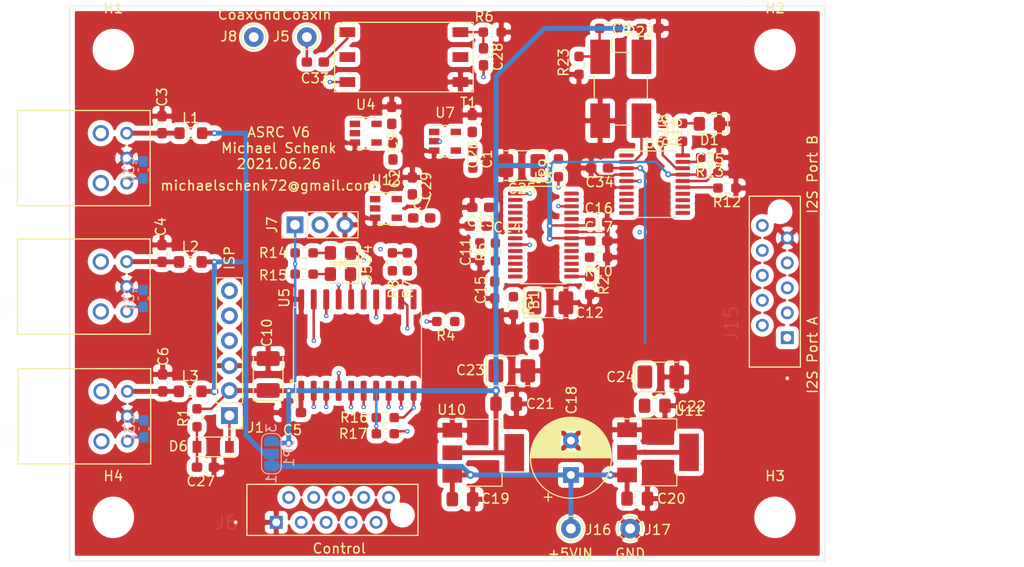
<source format=kicad_pcb>
(kicad_pcb (version 20171130) (host pcbnew 5.1.10-88a1d61d58~88~ubuntu16.04.1)
  (layers (0 F.Cu mixed) (1 In1.Cu signal) (2 In2.Cu signal) (31 B.Cu mixed) (34 B.Paste user) (35 F.Paste user) (36 B.SilkS user) (37 F.SilkS user) (38 B.Mask user) (39 F.Mask user) (44 Edge.Cuts user))
  (net 0 "")
  (net 1 "Net-(C1-Pad2)")
  (net 2 GND)
  (net 3 +3V3)
  (net 4 "Net-(D1-Pad2)")
  (net 5 "Net-(J1-Pad5)")
  (net 6 "Net-(J1-Pad4)")
  (net 7 SCL)
  (net 8 SDA)
  (net 9 "Net-(C2-Pad1)")
  (net 10 RESET)
  (net 11 "Net-(R22-Pad1)")
  (net 12 BCKA)
  (net 13 LRCKA)
  (net 14 SDOUTA)
  (net 15 MCLK1)
  (net 16 MCLK2)
  (net 17 "Net-(C12-Pad1)")
  (net 18 RC4)
  (net 19 RC5)
  (net 20 "Net-(D4-Pad2)")
  (net 21 "Net-(D4-Pad1)")
  (net 22 "Net-(D5-Pad2)")
  (net 23 "Net-(D5-Pad1)")
  (net 24 RA4)
  (net 25 RA5)
  (net 26 RC6)
  (net 27 SDA2)
  (net 28 SCL2)
  (net 29 RC7)
  (net 30 "Net-(C3-Pad2)")
  (net 31 "Net-(C4-Pad2)")
  (net 32 +5V)
  (net 33 "Net-(JP1-Pad2)")
  (net 34 "Net-(C27-Pad1)")
  (net 35 "Net-(D6-Pad1)")
  (net 36 SDO)
  (net 37 "Net-(J7-Pad2)")
  (net 38 "Net-(R4-Pad2)")
  (net 39 "Net-(C6-Pad2)")
  (net 40 "Net-(C7-Pad2)")
  (net 41 "Net-(C28-Pad2)")
  (net 42 "Net-(C28-Pad1)")
  (net 43 "Net-(J8-Pad1)")
  (net 44 "Net-(C30-Pad2)")
  (net 45 "Net-(C31-Pad2)")
  (net 46 "Net-(C32-Pad2)")
  (net 47 "Net-(C33-Pad2)")
  (net 48 "Net-(C33-Pad1)")
  (net 49 "Net-(C1-Pad1)")
  (net 50 "Net-(C2-Pad2)")
  (net 51 "Net-(C7-Pad1)")
  (net 52 "Net-(C11-Pad2)")
  (net 53 "Net-(C13-Pad1)")
  (net 54 "Net-(C15-Pad2)")
  (net 55 +2V5)
  (net 56 "Net-(R2-Pad1)")
  (net 57 "Net-(R3-Pad1)")
  (net 58 "Net-(R9-Pad1)")
  (net 59 "Net-(R10-Pad2)")
  (net 60 "Net-(R11-Pad1)")
  (net 61 "Net-(R12-Pad2)")
  (net 62 "Net-(R13-Pad2)")
  (net 63 "Net-(R18-Pad2)")
  (net 64 "Net-(U3-Pad28)")
  (net 65 "Net-(U3-Pad27)")
  (module kicad-snk:PLR135-T10_PLT133-T10W (layer F.Cu) (at 112.4585 98.933 90)
    (fp_text reference U9 (at -1.827255 -9.646905 90) (layer F.SilkS) (effects (font (size 1.001236 1.001236) (thickness 0.015))))
    (fp_text value PLR135-T10)
    (pad 1 thru_hole circle (at 2.54 2.63 90) (size 1.308 1.308) (drill 0.8) (layers *.Cu *.Mask) (net 39 "Net-(C6-Pad2)"))
    (pad 2 thru_hole circle (at 0 2.63 90) (size 1.308 1.308) (drill 0.8) (layers *.Cu *.Mask) (net 2 GND))
    (pad 3 thru_hole circle (at -2.54 2.63 90) (size 1.308 1.308) (drill 0.8) (layers *.Cu *.Mask) (net 46 "Net-(C32-Pad2)"))
    (pad NC2 thru_hole circle (at -2.54 0 90) (size 1.65 1.65) (drill 1.1) (layers *.Cu *.Mask))
    (pad NC1 thru_hole circle (at 2.54 0 90) (size 1.65 1.65) (drill 1.1) (layers *.Cu *.Mask))
  )
  (module kicad-snk:PLR135-T10_PLT133-T10W (layer F.Cu) (at 112.395 85.725 90)
    (fp_text reference U2 (at -1.827255 -9.646905 90) (layer F.SilkS) (effects (font (size 1.001236 1.001236) (thickness 0.015))))
    (fp_text value PLR135-T10)
    (pad 1 thru_hole circle (at 2.54 2.63 90) (size 1.308 1.308) (drill 0.8) (layers *.Cu *.Mask) (net 31 "Net-(C4-Pad2)"))
    (pad 2 thru_hole circle (at 0 2.63 90) (size 1.308 1.308) (drill 0.8) (layers *.Cu *.Mask) (net 2 GND))
    (pad 3 thru_hole circle (at -2.54 2.63 90) (size 1.308 1.308) (drill 0.8) (layers *.Cu *.Mask) (net 45 "Net-(C31-Pad2)"))
    (pad NC2 thru_hole circle (at -2.54 0 90) (size 1.65 1.65) (drill 1.1) (layers *.Cu *.Mask))
    (pad NC1 thru_hole circle (at 2.54 0 90) (size 1.65 1.65) (drill 1.1) (layers *.Cu *.Mask))
  )
  (module kicad-snk:PLR135-T10_PLT133-T10W (layer F.Cu) (at 112.395 72.644 90)
    (fp_text reference U1 (at -1.827255 -9.646905 90) (layer F.SilkS) (effects (font (size 1.001236 1.001236) (thickness 0.015))))
    (fp_text value PLR135-T10)
    (pad 1 thru_hole circle (at 2.54 2.63 90) (size 1.308 1.308) (drill 0.8) (layers *.Cu *.Mask) (net 30 "Net-(C3-Pad2)"))
    (pad 2 thru_hole circle (at 0 2.63 90) (size 1.308 1.308) (drill 0.8) (layers *.Cu *.Mask) (net 2 GND))
    (pad 3 thru_hole circle (at -2.54 2.63 90) (size 1.308 1.308) (drill 0.8) (layers *.Cu *.Mask) (net 44 "Net-(C30-Pad2)"))
    (pad NC2 thru_hole circle (at -2.54 0 90) (size 1.65 1.65) (drill 1.1) (layers *.Cu *.Mask))
    (pad NC1 thru_hole circle (at 2.54 0 90) (size 1.65 1.65) (drill 1.1) (layers *.Cu *.Mask))
  )
  (module Package_TO_SOT_SMD:SOT-23-5 (layer F.Cu) (at 141.395001 77.771001)
    (fp_text reference U12 (at 0 -2.9) (layer F.SilkS))
    (fp_text value 74LVC1G17)
    (pad 5 smd rect (at 1.1 -0.95) (size 1.06 0.65) (layers F.Cu F.Paste F.Mask) (net 3 +3V3))
    (pad 4 smd rect (at 1.1 0.95) (size 1.06 0.65) (layers F.Cu F.Paste F.Mask) (net 51 "Net-(C7-Pad1)"))
    (pad 3 smd rect (at -1.1 0.95) (size 1.06 0.65) (layers F.Cu F.Paste F.Mask) (net 2 GND))
    (pad 2 smd rect (at -1.1 0) (size 1.06 0.65) (layers F.Cu F.Paste F.Mask) (net 46 "Net-(C32-Pad2)"))
    (pad 1 smd rect (at -1.1 -0.95) (size 1.06 0.65) (layers F.Cu F.Paste F.Mask))
  )
  (module Package_TO_SOT_SMD:SOT-23-5 (layer F.Cu) (at 147.404 70.927)
    (fp_text reference U7 (at 0 -2.9) (layer F.SilkS))
    (fp_text value 74LVC1G17)
    (pad 5 smd rect (at 1.1 -0.95) (size 1.06 0.65) (layers F.Cu F.Paste F.Mask) (net 3 +3V3))
    (pad 4 smd rect (at 1.1 0.95) (size 1.06 0.65) (layers F.Cu F.Paste F.Mask) (net 49 "Net-(C1-Pad1)"))
    (pad 3 smd rect (at -1.1 0.95) (size 1.06 0.65) (layers F.Cu F.Paste F.Mask) (net 2 GND))
    (pad 2 smd rect (at -1.1 0) (size 1.06 0.65) (layers F.Cu F.Paste F.Mask) (net 45 "Net-(C31-Pad2)"))
    (pad 1 smd rect (at -1.1 -0.95) (size 1.06 0.65) (layers F.Cu F.Paste F.Mask))
  )
  (module Package_TO_SOT_SMD:SOT-23-5 (layer F.Cu) (at 139.3395 70.1065)
    (fp_text reference U4 (at 0 -2.9) (layer F.SilkS))
    (fp_text value 74LVC1G17)
    (pad 5 smd rect (at 1.1 -0.95) (size 1.06 0.65) (layers F.Cu F.Paste F.Mask) (net 3 +3V3))
    (pad 4 smd rect (at 1.1 0.95) (size 1.06 0.65) (layers F.Cu F.Paste F.Mask) (net 50 "Net-(C2-Pad2)"))
    (pad 3 smd rect (at -1.1 0.95) (size 1.06 0.65) (layers F.Cu F.Paste F.Mask) (net 2 GND))
    (pad 2 smd rect (at -1.1 0) (size 1.06 0.65) (layers F.Cu F.Paste F.Mask) (net 44 "Net-(C30-Pad2)"))
    (pad 1 smd rect (at -1.1 -0.95) (size 1.06 0.65) (layers F.Cu F.Paste F.Mask))
  )
  (module Package_SO:TSSOP-20_4.4x6.5mm_P0.65mm (layer F.Cu) (at 168.7245 75.3)
    (fp_text reference U6 (at 0 -4.2) (layer F.SilkS))
    (fp_text value CS8421)
    (pad 20 smd roundrect (at 2.8625 -2.925) (size 1.475 0.4) (layers F.Cu F.Paste F.Mask) (net 60 "Net-(R11-Pad1)"))
    (pad 19 smd roundrect (at 2.8625 -2.275) (size 1.475 0.4) (layers F.Cu F.Paste F.Mask) (net 62 "Net-(R13-Pad2)"))
    (pad 18 smd roundrect (at 2.8625 -1.625) (size 1.475 0.4) (layers F.Cu F.Paste F.Mask) (net 63 "Net-(R18-Pad2)"))
    (pad 17 smd roundrect (at 2.8625 -0.975) (size 1.475 0.4) (layers F.Cu F.Paste F.Mask) (net 3 +3V3))
    (pad 16 smd roundrect (at 2.8625 -0.325) (size 1.475 0.4) (layers F.Cu F.Paste F.Mask) (net 2 GND))
    (pad 15 smd roundrect (at 2.8625 0.325) (size 1.475 0.4) (layers F.Cu F.Paste F.Mask) (net 61 "Net-(R12-Pad2)"))
    (pad 14 smd roundrect (at 2.8625 0.975) (size 1.475 0.4) (layers F.Cu F.Paste F.Mask) (net 13 LRCKA))
    (pad 13 smd roundrect (at 2.8625 1.625) (size 1.475 0.4) (layers F.Cu F.Paste F.Mask) (net 12 BCKA))
    (pad 12 smd roundrect (at 2.8625 2.275) (size 1.475 0.4) (layers F.Cu F.Paste F.Mask) (net 14 SDOUTA))
    (pad 11 smd roundrect (at 2.8625 2.925) (size 1.475 0.4) (layers F.Cu F.Paste F.Mask))
    (pad 10 smd roundrect (at -2.8625 2.925) (size 1.475 0.4) (layers F.Cu F.Paste F.Mask) (net 16 MCLK2))
    (pad 9 smd roundrect (at -2.8625 2.275) (size 1.475 0.4) (layers F.Cu F.Paste F.Mask) (net 58 "Net-(R9-Pad1)"))
    (pad 8 smd roundrect (at -2.8625 1.625) (size 1.475 0.4) (layers F.Cu F.Paste F.Mask) (net 65 "Net-(U3-Pad27)"))
    (pad 7 smd roundrect (at -2.8625 0.975) (size 1.475 0.4) (layers F.Cu F.Paste F.Mask) (net 64 "Net-(U3-Pad28)"))
    (pad 6 smd roundrect (at -2.8625 0.325) (size 1.475 0.4) (layers F.Cu F.Paste F.Mask) (net 2 GND))
    (pad 5 smd roundrect (at -2.8625 -0.325) (size 1.475 0.4) (layers F.Cu F.Paste F.Mask) (net 10 RESET))
    (pad 4 smd roundrect (at -2.8625 -0.975) (size 1.475 0.4) (layers F.Cu F.Paste F.Mask) (net 2 GND))
    (pad 3 smd roundrect (at -2.8625 -1.625) (size 1.475 0.4) (layers F.Cu F.Paste F.Mask) (net 55 +2V5))
    (pad 2 smd roundrect (at -2.8625 -2.275) (size 1.475 0.4) (layers F.Cu F.Paste F.Mask) (net 15 MCLK1))
    (pad 1 smd roundrect (at -2.8625 -2.925) (size 1.475 0.4) (layers F.Cu F.Paste F.Mask))
  )
  (module Capacitor_SMD:C_0603_1608Metric_Pad1.08x0.95mm_HandSolder (layer F.Cu) (at 151.3205 62.3305 270)
    (fp_text reference C28 (at 0 -1.43 90) (layer F.SilkS))
    (fp_text value 10nF)
    (pad 2 smd roundrect (at 0.8625 0 270) (size 1.075 0.95) (layers F.Cu F.Paste F.Mask) (net 41 "Net-(C28-Pad2)"))
    (pad 1 smd roundrect (at -0.8625 0 270) (size 1.075 0.95) (layers F.Cu F.Paste F.Mask) (net 42 "Net-(C28-Pad1)"))
  )
  (module Package_SO:TSSOP-28_4.4x9.7mm_P0.65mm (layer F.Cu) (at 157.4115 80.477)
    (fp_text reference U3 (at 0 -5.8) (layer F.SilkS))
    (fp_text value CS8416-xZZ)
    (pad 28 smd roundrect (at 2.8625 -4.225) (size 1.475 0.4) (layers F.Cu F.Paste F.Mask) (net 64 "Net-(U3-Pad28)"))
    (pad 27 smd roundrect (at 2.8625 -3.575) (size 1.475 0.4) (layers F.Cu F.Paste F.Mask) (net 65 "Net-(U3-Pad27)"))
    (pad 26 smd roundrect (at 2.8625 -2.925) (size 1.475 0.4) (layers F.Cu F.Paste F.Mask) (net 58 "Net-(R9-Pad1)"))
    (pad 25 smd roundrect (at 2.8625 -2.275) (size 1.475 0.4) (layers F.Cu F.Paste F.Mask) (net 2 GND))
    (pad 24 smd roundrect (at 2.8625 -1.625) (size 1.475 0.4) (layers F.Cu F.Paste F.Mask))
    (pad 23 smd roundrect (at 2.8625 -0.975) (size 1.475 0.4) (layers F.Cu F.Paste F.Mask) (net 3 +3V3))
    (pad 22 smd roundrect (at 2.8625 -0.325) (size 1.475 0.4) (layers F.Cu F.Paste F.Mask) (net 2 GND))
    (pad 21 smd roundrect (at 2.8625 0.325) (size 1.475 0.4) (layers F.Cu F.Paste F.Mask) (net 3 +3V3))
    (pad 20 smd roundrect (at 2.8625 0.975) (size 1.475 0.4) (layers F.Cu F.Paste F.Mask))
    (pad 19 smd roundrect (at 2.8625 1.625) (size 1.475 0.4) (layers F.Cu F.Paste F.Mask))
    (pad 18 smd roundrect (at 2.8625 2.275) (size 1.475 0.4) (layers F.Cu F.Paste F.Mask) (net 59 "Net-(R10-Pad2)"))
    (pad 17 smd roundrect (at 2.8625 2.925) (size 1.475 0.4) (layers F.Cu F.Paste F.Mask) (net 8 SDA))
    (pad 16 smd roundrect (at 2.8625 3.575) (size 1.475 0.4) (layers F.Cu F.Paste F.Mask) (net 7 SCL))
    (pad 15 smd roundrect (at 2.8625 4.225) (size 1.475 0.4) (layers F.Cu F.Paste F.Mask) (net 56 "Net-(R2-Pad1)"))
    (pad 14 smd roundrect (at -2.8625 4.225) (size 1.475 0.4) (layers F.Cu F.Paste F.Mask) (net 57 "Net-(R3-Pad1)"))
    (pad 13 smd roundrect (at -2.8625 3.575) (size 1.475 0.4) (layers F.Cu F.Paste F.Mask))
    (pad 12 smd roundrect (at -2.8625 2.925) (size 1.475 0.4) (layers F.Cu F.Paste F.Mask))
    (pad 11 smd roundrect (at -2.8625 2.275) (size 1.475 0.4) (layers F.Cu F.Paste F.Mask))
    (pad 10 smd roundrect (at -2.8625 1.625) (size 1.475 0.4) (layers F.Cu F.Paste F.Mask))
    (pad 9 smd roundrect (at -2.8625 0.975) (size 1.475 0.4) (layers F.Cu F.Paste F.Mask) (net 10 RESET))
    (pad 8 smd roundrect (at -2.8625 0.325) (size 1.475 0.4) (layers F.Cu F.Paste F.Mask) (net 52 "Net-(C11-Pad2)"))
    (pad 7 smd roundrect (at -2.8625 -0.325) (size 1.475 0.4) (layers F.Cu F.Paste F.Mask) (net 2 GND))
    (pad 6 smd roundrect (at -2.8625 -0.975) (size 1.475 0.4) (layers F.Cu F.Paste F.Mask) (net 17 "Net-(C12-Pad1)"))
    (pad 5 smd roundrect (at -2.8625 -1.625) (size 1.475 0.4) (layers F.Cu F.Paste F.Mask) (net 53 "Net-(C13-Pad1)"))
    (pad 4 smd roundrect (at -2.8625 -2.275) (size 1.475 0.4) (layers F.Cu F.Paste F.Mask) (net 9 "Net-(C2-Pad1)"))
    (pad 3 smd roundrect (at -2.8625 -2.925) (size 1.475 0.4) (layers F.Cu F.Paste F.Mask) (net 1 "Net-(C1-Pad2)"))
    (pad 2 smd roundrect (at -2.8625 -3.575) (size 1.475 0.4) (layers F.Cu F.Paste F.Mask) (net 40 "Net-(C7-Pad2)"))
    (pad 1 smd roundrect (at -2.8625 -4.225) (size 1.475 0.4) (layers F.Cu F.Paste F.Mask) (net 41 "Net-(C28-Pad2)"))
  )
  (module Resistor_SMD:R_0603_1608Metric_Pad0.98x0.95mm_HandSolder (layer F.Cu) (at 169.545 70.017 270)
    (fp_text reference R18 (at 0 -1.43 90) (layer F.SilkS))
    (fp_text value 4.02k)
    (pad 2 smd roundrect (at 0.9125 0 270) (size 0.975 0.95) (layers F.Cu F.Paste F.Mask) (net 63 "Net-(R18-Pad2)"))
    (pad 1 smd roundrect (at -0.9125 0 270) (size 0.975 0.95) (layers F.Cu F.Paste F.Mask) (net 2 GND))
  )
  (module Resistor_SMD:R_0603_1608Metric_Pad0.98x0.95mm_HandSolder (layer F.Cu) (at 174.331 72.5805 180)
    (fp_text reference R13 (at 0 -1.43) (layer F.SilkS))
    (fp_text value 1k)
    (pad 2 smd roundrect (at 0.9125 0 180) (size 0.975 0.95) (layers F.Cu F.Paste F.Mask) (net 62 "Net-(R13-Pad2)"))
    (pad 1 smd roundrect (at -0.9125 0 180) (size 0.975 0.95) (layers F.Cu F.Paste F.Mask) (net 2 GND))
  )
  (module Resistor_SMD:R_0603_1608Metric_Pad0.98x0.95mm_HandSolder (layer F.Cu) (at 176.0855 75.692 180)
    (fp_text reference R12 (at 0 -1.43) (layer F.SilkS))
    (fp_text value 1.96k/4.02k)
    (pad 2 smd roundrect (at 0.9125 0 180) (size 0.975 0.95) (layers F.Cu F.Paste F.Mask) (net 61 "Net-(R12-Pad2)"))
    (pad 1 smd roundrect (at -0.9125 0 180) (size 0.975 0.95) (layers F.Cu F.Paste F.Mask) (net 2 GND))
  )
  (module Resistor_SMD:R_0603_1608Metric_Pad0.98x0.95mm_HandSolder (layer F.Cu) (at 171.577 70.017 90)
    (fp_text reference R11 (at 0 -1.43 90) (layer F.SilkS))
    (fp_text value 330R)
    (pad 2 smd roundrect (at 0.9125 0 90) (size 0.975 0.95) (layers F.Cu F.Paste F.Mask) (net 4 "Net-(D1-Pad2)"))
    (pad 1 smd roundrect (at -0.9125 0 90) (size 0.975 0.95) (layers F.Cu F.Paste F.Mask) (net 60 "Net-(R11-Pad1)"))
  )
  (module Resistor_SMD:R_0603_1608Metric_Pad0.98x0.95mm_HandSolder (layer F.Cu) (at 163.028 82.7405 180)
    (fp_text reference R10 (at 0 -1.43) (layer F.SilkS))
    (fp_text value 47k)
    (pad 2 smd roundrect (at 0.9125 0 180) (size 0.975 0.95) (layers F.Cu F.Paste F.Mask) (net 59 "Net-(R10-Pad2)"))
    (pad 1 smd roundrect (at -0.9125 0 180) (size 0.975 0.95) (layers F.Cu F.Paste F.Mask) (net 2 GND))
  )
  (module Resistor_SMD:R_0603_1608Metric_Pad0.98x0.95mm_HandSolder (layer F.Cu) (at 158.9405 73.6365 90)
    (fp_text reference R9 (at 0 -1.43 90) (layer F.SilkS))
    (fp_text value 47k)
    (pad 2 smd roundrect (at 0.9125 0 90) (size 0.975 0.95) (layers F.Cu F.Paste F.Mask) (net 3 +3V3))
    (pad 1 smd roundrect (at -0.9125 0 90) (size 0.975 0.95) (layers F.Cu F.Paste F.Mask) (net 58 "Net-(R9-Pad1)"))
  )
  (module Resistor_SMD:R_0603_1608Metric_Pad0.98x0.95mm_HandSolder (layer F.Cu) (at 152.527 82.209 90)
    (fp_text reference R5 (at 0 -1.43 90) (layer F.SilkS))
    (fp_text value 3k)
    (pad 2 smd roundrect (at 0.9125 0 90) (size 0.975 0.95) (layers F.Cu F.Paste F.Mask) (net 52 "Net-(C11-Pad2)"))
    (pad 1 smd roundrect (at -0.9125 0 90) (size 0.975 0.95) (layers F.Cu F.Paste F.Mask) (net 54 "Net-(C15-Pad2)"))
  )
  (module Resistor_SMD:R_0603_1608Metric_Pad0.98x0.95mm_HandSolder (layer F.Cu) (at 154.3685 87.67 270)
    (fp_text reference R3 (at 0 -1.43 90) (layer F.SilkS))
    (fp_text value 47k)
    (pad 2 smd roundrect (at 0.9125 0 270) (size 0.975 0.95) (layers F.Cu F.Paste F.Mask) (net 2 GND))
    (pad 1 smd roundrect (at -0.9125 0 270) (size 0.975 0.95) (layers F.Cu F.Paste F.Mask) (net 57 "Net-(R3-Pad1)"))
  )
  (module Resistor_SMD:R_0603_1608Metric_Pad0.98x0.95mm_HandSolder (layer F.Cu) (at 162.1155 85.6215 270)
    (fp_text reference R2 (at 0 -1.43 90) (layer F.SilkS))
    (fp_text value 47k)
    (pad 2 smd roundrect (at 0.9125 0 270) (size 0.975 0.95) (layers F.Cu F.Paste F.Mask) (net 2 GND))
    (pad 1 smd roundrect (at -0.9125 0 270) (size 0.975 0.95) (layers F.Cu F.Paste F.Mask) (net 56 "Net-(R2-Pad1)"))
  )
  (module LED_SMD:LED_0805_2012Metric_Pad1.15x1.40mm_HandSolder (layer F.Cu) (at 174.2985 69.1515 180)
    (fp_text reference D1 (at 0 -1.65) (layer F.SilkS))
    (fp_text value LED)
    (pad 2 smd roundrect (at 1.025 0 180) (size 1.15 1.4) (layers F.Cu F.Paste F.Mask) (roundrect_rratio 0.217391) (net 4 "Net-(D1-Pad2)"))
    (pad 1 smd roundrect (at -1.025 0 180) (size 1.15 1.4) (layers F.Cu F.Paste F.Mask) (roundrect_rratio 0.217391) (net 2 GND))
  )
  (module Capacitor_SMD:C_0603_1608Metric_Pad1.08x0.95mm_HandSolder (layer F.Cu) (at 174.3445 74.168)
    (fp_text reference C35 (at 0 -1.43) (layer F.SilkS))
    (fp_text value 100nF)
    (pad 2 smd roundrect (at 0.8625 0) (size 1.075 0.95) (layers F.Cu F.Paste F.Mask) (net 2 GND))
    (pad 1 smd roundrect (at -0.8625 0) (size 1.075 0.95) (layers F.Cu F.Paste F.Mask) (net 3 +3V3))
  )
  (module Capacitor_SMD:C_0603_1608Metric_Pad1.08x0.95mm_HandSolder (layer F.Cu) (at 163.1315 73.66 180)
    (fp_text reference C34 (at 0 -1.43) (layer F.SilkS))
    (fp_text value 100nF)
    (pad 2 smd roundrect (at 0.8625 0 180) (size 1.075 0.95) (layers F.Cu F.Paste F.Mask) (net 2 GND))
    (pad 1 smd roundrect (at -0.8625 0 180) (size 1.075 0.95) (layers F.Cu F.Paste F.Mask) (net 55 +2V5))
  )
  (module Capacitor_Tantalum_SMD:CP_EIA-3528-21_Kemet-B_Pad1.50x2.35mm_HandSolder (layer F.Cu) (at 155.22 73.406 180)
    (fp_text reference C25 (at 0 -2.35) (layer F.SilkS))
    (fp_text value 10uF)
    (pad 2 smd roundrect (at 1.625 0 180) (size 1.5 2.35) (layers F.Cu F.Paste F.Mask) (roundrect_rratio 0.166667) (net 2 GND))
    (pad 1 smd roundrect (at -1.625 0 180) (size 1.5 2.35) (layers F.Cu F.Paste F.Mask) (roundrect_rratio 0.166667) (net 3 +3V3))
  )
  (module Capacitor_SMD:C_0603_1608Metric_Pad1.08x0.95mm_HandSolder (layer F.Cu) (at 163.0415 81.0895)
    (fp_text reference C17 (at 0 -1.43) (layer F.SilkS))
    (fp_text value 100nF)
    (pad 2 smd roundrect (at 0.8625 0) (size 1.075 0.95) (layers F.Cu F.Paste F.Mask) (net 2 GND))
    (pad 1 smd roundrect (at -0.8625 0) (size 1.075 0.95) (layers F.Cu F.Paste F.Mask) (net 3 +3V3))
  )
  (module Capacitor_SMD:C_0603_1608Metric_Pad1.08x0.95mm_HandSolder (layer F.Cu) (at 163.0415 79.1845)
    (fp_text reference C16 (at 0 -1.43) (layer F.SilkS))
    (fp_text value 100nF)
    (pad 2 smd roundrect (at 0.8625 0) (size 1.075 0.95) (layers F.Cu F.Paste F.Mask) (net 2 GND))
    (pad 1 smd roundrect (at -0.8625 0) (size 1.075 0.95) (layers F.Cu F.Paste F.Mask) (net 3 +3V3))
  )
  (module Capacitor_SMD:C_0603_1608Metric_Pad1.08x0.95mm_HandSolder (layer F.Cu) (at 152.4635 86.069 90)
    (fp_text reference C15 (at 0 -1.43 90) (layer F.SilkS))
    (fp_text value 22nF)
    (pad 2 smd roundrect (at 0.8625 0 90) (size 1.075 0.95) (layers F.Cu F.Paste F.Mask) (net 54 "Net-(C15-Pad2)"))
    (pad 1 smd roundrect (at -0.8625 0 90) (size 1.075 0.95) (layers F.Cu F.Paste F.Mask) (net 2 GND))
  )
  (module Capacitor_SMD:C_0603_1608Metric_Pad1.08x0.95mm_HandSolder (layer F.Cu) (at 151.04 77.6605 180)
    (fp_text reference C13 (at 0 -1.43) (layer F.SilkS))
    (fp_text value 10nF)
    (pad 2 smd roundrect (at 0.8625 0 180) (size 1.075 0.95) (layers F.Cu F.Paste F.Mask) (net 2 GND))
    (pad 1 smd roundrect (at -0.8625 0 180) (size 1.075 0.95) (layers F.Cu F.Paste F.Mask) (net 53 "Net-(C13-Pad1)"))
  )
  (module Capacitor_SMD:C_0603_1608Metric_Pad1.08x0.95mm_HandSolder (layer F.Cu) (at 150.9395 82.1955 90)
    (fp_text reference C11 (at 0 -1.43 90) (layer F.SilkS))
    (fp_text value 1nF/COG)
    (pad 2 smd roundrect (at 0.8625 0 90) (size 1.075 0.95) (layers F.Cu F.Paste F.Mask) (net 52 "Net-(C11-Pad2)"))
    (pad 1 smd roundrect (at -0.8625 0 90) (size 1.075 0.95) (layers F.Cu F.Paste F.Mask) (net 2 GND))
  )
  (module Capacitor_SMD:C_0603_1608Metric_Pad1.08x0.95mm_HandSolder (layer F.Cu) (at 145.034 78.74)
    (fp_text reference C7 (at 0 -1.43) (layer F.SilkS))
    (fp_text value 10nF)
    (pad 2 smd roundrect (at 0.8625 0) (size 1.075 0.95) (layers F.Cu F.Paste F.Mask) (net 40 "Net-(C7-Pad2)"))
    (pad 1 smd roundrect (at -0.8625 0) (size 1.075 0.95) (layers F.Cu F.Paste F.Mask) (net 51 "Net-(C7-Pad1)"))
  )
  (module Capacitor_SMD:C_0603_1608Metric_Pad1.08x0.95mm_HandSolder (layer F.Cu) (at 150.241 72.7445 270)
    (fp_text reference C1 (at 0 -1.43 90) (layer F.SilkS))
    (fp_text value 10nF)
    (pad 2 smd roundrect (at 0.8625 0 270) (size 1.075 0.95) (layers F.Cu F.Paste F.Mask) (net 1 "Net-(C1-Pad2)"))
    (pad 1 smd roundrect (at -0.8625 0 270) (size 1.075 0.95) (layers F.Cu F.Paste F.Mask) (net 49 "Net-(C1-Pad1)"))
  )
  (module Capacitor_SMD:C_0603_1608Metric_Pad1.08x0.95mm_HandSolder (layer F.Cu) (at 134.2125 62.865)
    (fp_text reference C33 (at -0.037 1.651) (layer F.SilkS))
    (fp_text value 100nF)
    (pad 2 smd roundrect (at 0.8625 0) (size 1.075 0.95) (layers F.Cu F.Paste F.Mask) (net 47 "Net-(C33-Pad2)"))
    (pad 1 smd roundrect (at -0.8625 0) (size 1.075 0.95) (layers F.Cu F.Paste F.Mask) (net 48 "Net-(C33-Pad1)"))
  )
  (module Capacitor_SMD:C_0603_1608Metric_Pad1.08x0.95mm_HandSolder (layer B.Cu) (at 116.7765 100.203 270)
    (fp_text reference C32 (at 0 1.43 90) (layer B.SilkS) (effects (justify mirror)))
    (fp_text value 30pF)
    (pad 2 smd roundrect (at 0.8625 0 270) (size 1.075 0.95) (layers B.Cu B.Paste B.Mask) (net 46 "Net-(C32-Pad2)"))
    (pad 1 smd roundrect (at -0.8625 0 270) (size 1.075 0.95) (layers B.Cu B.Paste B.Mask) (net 2 GND))
  )
  (module Capacitor_SMD:C_0603_1608Metric_Pad1.08x0.95mm_HandSolder (layer B.Cu) (at 116.713 86.9315 270)
    (fp_text reference C31 (at 0 1.43 90) (layer B.SilkS) (effects (justify mirror)))
    (fp_text value 30pF)
    (pad 2 smd roundrect (at 0.8625 0 270) (size 1.075 0.95) (layers B.Cu B.Paste B.Mask) (net 45 "Net-(C31-Pad2)"))
    (pad 1 smd roundrect (at -0.8625 0 270) (size 1.075 0.95) (layers B.Cu B.Paste B.Mask) (net 2 GND))
  )
  (module Capacitor_SMD:C_0603_1608Metric_Pad1.08x0.95mm_HandSolder (layer B.Cu) (at 116.713 73.8505 270)
    (fp_text reference C30 (at 0 1.43 90) (layer B.SilkS) (effects (justify mirror)))
    (fp_text value 30pF)
    (pad 2 smd roundrect (at 0.8625 0 270) (size 1.075 0.95) (layers B.Cu B.Paste B.Mask) (net 44 "Net-(C30-Pad2)"))
    (pad 1 smd roundrect (at -0.8625 0 270) (size 1.075 0.95) (layers B.Cu B.Paste B.Mask) (net 2 GND))
  )
  (module kicad-snk:DA100J (layer F.Cu) (at 143.221 62.357 270)
    (fp_text reference T1 (at 4.6355 -6.5755) (layer F.SilkS))
    (fp_text value Murata_DA103)
    (pad 3 smd rect (at 2.54 5.75 270) (size 1 1.6) (layers F.Cu F.Paste F.Mask) (net 43 "Net-(J8-Pad1)"))
    (pad 4 smd rect (at 2.54 -5.75 270) (size 1 1.6) (layers F.Cu F.Paste F.Mask) (net 2 GND))
    (pad 2 smd rect (at 0 5.75 270) (size 1 1.6) (layers F.Cu F.Paste F.Mask))
    (pad 5 smd rect (at 0 -5.75 270) (size 1 1.6) (layers F.Cu F.Paste F.Mask))
    (pad 1 smd rect (at -2.54 5.75 270) (size 1 1.6) (layers F.Cu F.Paste F.Mask) (net 47 "Net-(C33-Pad2)"))
    (pad 6 smd rect (at -2.54 -5.75 270) (size 1 1.6) (layers F.Cu F.Paste F.Mask) (net 42 "Net-(C28-Pad1)"))
  )
  (module Inductor_SMD:L_0805_2012Metric_Pad1.05x1.20mm_HandSolder (layer F.Cu) (at 121.4825 96.393)
    (fp_text reference L3 (at 0 -1.55) (layer F.SilkS))
    (fp_text value 47uH)
    (pad 2 smd roundrect (at 1.15 0) (size 1.05 1.2) (layers F.Cu F.Paste F.Mask) (roundrect_rratio 0.2380942857142857) (net 33 "Net-(JP1-Pad2)"))
    (pad 1 smd roundrect (at -1.15 0) (size 1.05 1.2) (layers F.Cu F.Paste F.Mask) (roundrect_rratio 0.2380942857142857) (net 39 "Net-(C6-Pad2)"))
  )
  (module Capacitor_SMD:C_0603_1608Metric_Pad1.08x0.95mm_HandSolder (layer F.Cu) (at 144.0815 75.475 90)
    (fp_text reference C29 (at 0 1.397 90) (layer F.SilkS))
    (fp_text value 100nF)
    (pad 2 smd roundrect (at 0.8625 0 90) (size 1.075 0.95) (layers F.Cu F.Paste F.Mask) (net 2 GND))
    (pad 1 smd roundrect (at -0.8625 0 90) (size 1.075 0.95) (layers F.Cu F.Paste F.Mask) (net 3 +3V3))
  )
  (module Capacitor_SMD:C_0603_1608Metric_Pad1.08x0.95mm_HandSolder (layer F.Cu) (at 118.6815 95.5305 270)
    (fp_text reference C6 (at -2.6935 -0.0635 90) (layer F.SilkS))
    (fp_text value 100nF)
    (pad 2 smd roundrect (at 0.8625 0 270) (size 1.075 0.95) (layers F.Cu F.Paste F.Mask) (net 39 "Net-(C6-Pad2)"))
    (pad 1 smd roundrect (at -0.8625 0 270) (size 1.075 0.95) (layers F.Cu F.Paste F.Mask) (net 2 GND))
  )
  (module Resistor_SMD:R_0603_1608Metric_Pad0.98x0.95mm_HandSolder (layer F.Cu) (at 152.2095 59.817 180)
    (fp_text reference R6 (at 0.8255 1.5875) (layer F.SilkS))
    (fp_text value 75R)
    (pad 2 smd roundrect (at 0.9125 0 180) (size 0.975 0.95) (layers F.Cu F.Paste F.Mask) (net 42 "Net-(C28-Pad1)"))
    (pad 1 smd roundrect (at -0.9125 0 180) (size 0.975 0.95) (layers F.Cu F.Paste F.Mask) (net 2 GND))
  )
  (module Connector_Pin:Pin_D1.0mm_L10.0mm (layer F.Cu) (at 127.9525 60.325)
    (fp_text reference J8 (at -2.54 -0.0635) (layer F.SilkS))
    (fp_text value COAXGND)
    (pad 1 thru_hole circle (at 0 0) (size 2 2) (drill 1) (layers *.Cu *.Mask) (net 43 "Net-(J8-Pad1)"))
  )
  (module Connector_Pin:Pin_D1.0mm_L10.0mm (layer F.Cu) (at 133.35 60.325)
    (fp_text reference J5 (at -2.6035 -0.0635) (layer F.SilkS))
    (fp_text value COAXIN)
    (pad 1 thru_hole circle (at 0 0) (size 2 2) (drill 1) (layers *.Cu *.Mask) (net 48 "Net-(C33-Pad1)"))
  )
  (module kicad-snk:TE_CONN_RCPT_10POS_0.1_TIN_PCB (layer F.Cu) (at 130.2385 109.728)
    (fp_text reference J6 (at -5.08 0) (layer F.SilkS) (effects (font (size 1.40137 1.40137) (thickness 0.015))))
    (fp_text value IN)
    (pad 1 thru_hole rect (at 0 0) (size 1.308 1.308) (drill 0.8) (layers *.Cu *.Mask) (net 2 GND))
    (pad 2 thru_hole circle (at 1.27 -2.54) (size 1.308 1.308) (drill 0.8) (layers *.Cu *.Mask) (net 3 +3V3))
    (pad 3 thru_hole circle (at 2.54 0) (size 1.308 1.308) (drill 0.8) (layers *.Cu *.Mask) (net 24 RA4))
    (pad 4 thru_hole circle (at 3.81 -2.54) (size 1.308 1.308) (drill 0.8) (layers *.Cu *.Mask) (net 25 RA5))
    (pad 5 thru_hole circle (at 5.08 0) (size 1.308 1.308) (drill 0.8) (layers *.Cu *.Mask) (net 18 RC4))
    (pad 6 thru_hole circle (at 6.35 -2.54) (size 1.308 1.308) (drill 0.8) (layers *.Cu *.Mask) (net 19 RC5))
    (pad 7 thru_hole circle (at 7.62 0) (size 1.308 1.308) (drill 0.8) (layers *.Cu *.Mask) (net 29 RC7))
    (pad 8 thru_hole circle (at 8.89 -2.54) (size 1.308 1.308) (drill 0.8) (layers *.Cu *.Mask) (net 26 RC6))
    (pad 9 thru_hole circle (at 10.16 0) (size 1.308 1.308) (drill 0.8) (layers *.Cu *.Mask) (net 27 SDA2))
    (pad 10 thru_hole circle (at 11.43 -2.54) (size 1.308 1.308) (drill 0.8) (layers *.Cu *.Mask) (net 28 SCL2))
    (pad None np_thru_hole circle (at 12.83 -0.74) (size 1.5 1.5) (drill 1.5) (layers *.Cu *.Mask))
  )
  (module kicad-snk:TE_CONN_RCPT_10POS_0.1_TIN_PCB (layer F.Cu) (at 182.223 90.935 90)
    (fp_text reference J15 (at 1.40487 -5.69557 90) (layer F.SilkS) (effects (font (size 1.40137 1.40137) (thickness 0.015))))
    (fp_text value A)
    (pad 1 thru_hole rect (at 0 0 90) (size 1.308 1.308) (drill 0.8) (layers *.Cu *.Mask) (net 16 MCLK2))
    (pad 2 thru_hole circle (at 1.27 -2.54 90) (size 1.308 1.308) (drill 0.8) (layers *.Cu *.Mask))
    (pad 3 thru_hole circle (at 2.54 0 90) (size 1.308 1.308) (drill 0.8) (layers *.Cu *.Mask) (net 12 BCKA))
    (pad 4 thru_hole circle (at 3.81 -2.54 90) (size 1.308 1.308) (drill 0.8) (layers *.Cu *.Mask) (net 36 SDO))
    (pad 5 thru_hole circle (at 5.08 0 90) (size 1.308 1.308) (drill 0.8) (layers *.Cu *.Mask) (net 13 LRCKA))
    (pad 6 thru_hole circle (at 6.35 -2.54 90) (size 1.308 1.308) (drill 0.8) (layers *.Cu *.Mask) (net 8 SDA))
    (pad 7 thru_hole circle (at 7.62 0 90) (size 1.308 1.308) (drill 0.8) (layers *.Cu *.Mask) (net 14 SDOUTA))
    (pad 8 thru_hole circle (at 8.89 -2.54 90) (size 1.308 1.308) (drill 0.8) (layers *.Cu *.Mask) (net 7 SCL))
    (pad 9 thru_hole circle (at 10.16 0 90) (size 1.308 1.308) (drill 0.8) (layers *.Cu *.Mask) (net 2 GND))
    (pad 10 thru_hole circle (at 11.43 -2.54 90) (size 1.308 1.308) (drill 0.8) (layers *.Cu *.Mask) (net 10 RESET))
    (pad None np_thru_hole circle (at 12.83 -0.74 90) (size 1.5 1.5) (drill 1.5) (layers *.Cu *.Mask))
  )
  (module Resistor_SMD:R_0603_1608Metric_Pad0.98x0.95mm_HandSolder (layer F.Cu) (at 147.487 89.281 180)
    (fp_text reference R4 (at 0 -1.43) (layer F.SilkS))
    (fp_text value 0R)
    (pad 2 smd roundrect (at 0.9125 0 180) (size 0.975 0.95) (layers F.Cu F.Paste F.Mask) (net 38 "Net-(R4-Pad2)"))
    (pad 1 smd roundrect (at -0.9125 0 180) (size 0.975 0.95) (layers F.Cu F.Paste F.Mask) (net 36 SDO))
  )
  (module Resistor_SMD:R_0603_1608Metric_Pad0.98x0.95mm_HandSolder (layer F.Cu) (at 122.174 99.0835 270)
    (fp_text reference R1 (at -0.0235 1.397 90) (layer F.SilkS))
    (fp_text value 4k99)
    (pad 2 smd roundrect (at 0.9125 0 270) (size 0.975 0.95) (layers F.Cu F.Paste F.Mask) (net 34 "Net-(C27-Pad1)"))
    (pad 1 smd roundrect (at -0.9125 0 270) (size 0.975 0.95) (layers F.Cu F.Paste F.Mask) (net 3 +3V3))
  )
  (module Connector_PinHeader_2.54mm:PinHeader_1x03_P2.54mm_Vertical (layer F.Cu) (at 132.1435 79.4385 90)
    (fp_text reference J7 (at 0 -2.33 90) (layer F.SilkS))
    (fp_text value SEL)
    (pad 3 thru_hole oval (at 0 5.08 90) (size 1.7 1.7) (drill 1) (layers *.Cu *.Mask) (net 2 GND))
    (pad 2 thru_hole oval (at 0 2.54 90) (size 1.7 1.7) (drill 1) (layers *.Cu *.Mask) (net 37 "Net-(J7-Pad2)"))
    (pad 1 thru_hole rect (at 0 0 90) (size 1.7 1.7) (drill 1) (layers *.Cu *.Mask) (net 3 +3V3))
  )
  (module Diode_SMD:D_SOD-123 (layer F.Cu) (at 123.826 102.0445 180)
    (fp_text reference D6 (at 3.557 0.0635) (layer F.SilkS))
    (fp_text value 1N4148W)
    (pad 2 smd rect (at 1.65 0 180) (size 0.9 1.2) (layers F.Cu F.Paste F.Mask) (net 34 "Net-(C27-Pad1)"))
    (pad 1 smd rect (at -1.65 0 180) (size 0.9 1.2) (layers F.Cu F.Paste F.Mask) (net 35 "Net-(D6-Pad1)"))
  )
  (module Capacitor_SMD:C_0603_1608Metric_Pad1.08x0.95mm_HandSolder (layer F.Cu) (at 123.0365 104.1146)
    (fp_text reference C27 (at -0.4815 1.4224) (layer F.SilkS))
    (fp_text value 10nF)
    (pad 2 smd roundrect (at 0.8625 0) (size 1.075 0.95) (layers F.Cu F.Paste F.Mask) (net 2 GND))
    (pad 1 smd roundrect (at -0.8625 0) (size 1.075 0.95) (layers F.Cu F.Paste F.Mask) (net 34 "Net-(C27-Pad1)"))
  )
  (module Jumper:SolderJumper-3_P1.3mm_Bridged12_RoundedPad1.0x1.5mm_NumberLabels (layer B.Cu) (at 129.7432 102.7384 90)
    (fp_text reference JP1 (at 0 1.8 90) (layer B.SilkS) (effects (justify mirror)))
    (fp_text value SolderJumper_3_Bridged12)
    (fp_poly (pts (xy -0.9 0.3) (xy -0.4 0.3) (xy -0.4 -0.3) (xy -0.9 -0.3)) (layer B.Cu) (width 0))
    (fp_text user 1 (at -2.6 0 90) (layer B.SilkS) (effects (justify mirror)))
    (fp_text user 3 (at 2.6 0 90) (layer B.SilkS) (effects (justify mirror)))
    (pad 1 smd custom (at -1.3 0 90) (size 1 0.5) (layers B.Cu B.Mask) (net 32 +5V) (options (clearance outline) (anchor rect)) (primitives (gr_poly (pts (xy 0.55 0.75) (xy 0 0.75) (xy 0 -0.75) (xy 0.55 -0.75)) (width 0)) (gr_circle (center 0 -0.25) (end 0.5 -0.25) (width 0)) (gr_circle (center 0 0.25) (end 0.5 0.25) (width 0))))
    (pad 2 smd rect (at 0 0 90) (size 1 1.5) (layers B.Cu B.Mask) (net 33 "Net-(JP1-Pad2)"))
    (pad 3 smd custom (at 1.3 0 90) (size 1 0.5) (layers B.Cu B.Mask) (net 3 +3V3) (options (clearance outline) (anchor rect)) (primitives (gr_circle (center 0 -0.25) (end 0.5 -0.25) (width 0)) (gr_circle (center 0 0.25) (end 0.5 0.25) (width 0)) (gr_poly (pts (xy -0.55 0.75) (xy 0 0.75) (xy 0 -0.75) (xy -0.55 -0.75)) (width 0))))
  )
  (module Inductor_SMD:L_0805_2012Metric_Pad1.05x1.20mm_HandSolder (layer F.Cu) (at 121.4952 83.2104)
    (fp_text reference L2 (at 0 -1.55) (layer F.SilkS))
    (fp_text value 47uH)
    (pad 2 smd roundrect (at 1.15 0) (size 1.05 1.2) (layers F.Cu F.Paste F.Mask) (roundrect_rratio 0.2380942857142857) (net 33 "Net-(JP1-Pad2)"))
    (pad 1 smd roundrect (at -1.15 0) (size 1.05 1.2) (layers F.Cu F.Paste F.Mask) (roundrect_rratio 0.2380942857142857) (net 31 "Net-(C4-Pad2)"))
  )
  (module Inductor_SMD:L_0805_2012Metric_Pad1.05x1.20mm_HandSolder (layer F.Cu) (at 121.546 70.104)
    (fp_text reference L1 (at 0 -1.55) (layer F.SilkS))
    (fp_text value 47uH)
    (pad 2 smd roundrect (at 1.15 0) (size 1.05 1.2) (layers F.Cu F.Paste F.Mask) (roundrect_rratio 0.2380942857142857) (net 33 "Net-(JP1-Pad2)"))
    (pad 1 smd roundrect (at -1.15 0) (size 1.05 1.2) (layers F.Cu F.Paste F.Mask) (roundrect_rratio 0.2380942857142857) (net 30 "Net-(C3-Pad2)"))
  )
  (module Resistor_SMD:R_0603_1608Metric_Pad0.98x0.95mm_HandSolder (layer F.Cu) (at 141.3275 100.711)
    (fp_text reference R17 (at -3.2785 0) (layer F.SilkS))
    (fp_text value 4K99)
    (pad 2 smd roundrect (at 0.9125 0) (size 0.975 0.95) (layers F.Cu F.Paste F.Mask) (net 28 SCL2))
    (pad 1 smd roundrect (at -0.9125 0) (size 0.975 0.95) (layers F.Cu F.Paste F.Mask) (net 3 +3V3))
  )
  (module Resistor_SMD:R_0603_1608Metric_Pad0.98x0.95mm_HandSolder (layer F.Cu) (at 141.3275 99.06)
    (fp_text reference R16 (at -3.1515 0) (layer F.SilkS))
    (fp_text value 4K99)
    (pad 2 smd roundrect (at 0.9125 0) (size 0.975 0.95) (layers F.Cu F.Paste F.Mask) (net 27 SDA2))
    (pad 1 smd roundrect (at -0.9125 0) (size 0.975 0.95) (layers F.Cu F.Paste F.Mask) (net 3 +3V3))
  )
  (module Resistor_SMD:R_0603_1608Metric_Pad0.98x0.95mm_HandSolder (layer F.Cu) (at 133.0725 84.455)
    (fp_text reference R15 (at -3.1515 0.127) (layer F.SilkS))
    (fp_text value 330R)
    (pad 2 smd roundrect (at 0.9125 0) (size 0.975 0.95) (layers F.Cu F.Paste F.Mask) (net 22 "Net-(D5-Pad2)"))
    (pad 1 smd roundrect (at -0.9125 0) (size 0.975 0.95) (layers F.Cu F.Paste F.Mask) (net 3 +3V3))
  )
  (module Resistor_SMD:R_0603_1608Metric_Pad0.98x0.95mm_HandSolder (layer F.Cu) (at 133.0725 82.296)
    (fp_text reference R14 (at -3.1515 0) (layer F.SilkS))
    (fp_text value 330R)
    (pad 2 smd roundrect (at 0.9125 0) (size 0.975 0.95) (layers F.Cu F.Paste F.Mask) (net 20 "Net-(D4-Pad2)"))
    (pad 1 smd roundrect (at -0.9125 0) (size 0.975 0.95) (layers F.Cu F.Paste F.Mask) (net 3 +3V3))
  )
  (module LED_SMD:LED_0805_2012Metric_Pad1.15x1.40mm_HandSolder (layer F.Cu) (at 136.77 84.455 180)
    (fp_text reference D5 (at -2.676 0 90) (layer F.SilkS))
    (fp_text value LED)
    (pad 2 smd roundrect (at 1.025 0 180) (size 1.15 1.4) (layers F.Cu F.Paste F.Mask) (roundrect_rratio 0.2173904347826087) (net 22 "Net-(D5-Pad2)"))
    (pad 1 smd roundrect (at -1.025 0 180) (size 1.15 1.4) (layers F.Cu F.Paste F.Mask) (roundrect_rratio 0.2173904347826087) (net 23 "Net-(D5-Pad1)"))
  )
  (module LED_SMD:LED_0805_2012Metric_Pad1.15x1.40mm_HandSolder (layer F.Cu) (at 136.77 82.296 180)
    (fp_text reference D4 (at -2.676 -0.127 90) (layer F.SilkS))
    (fp_text value LED)
    (pad 2 smd roundrect (at 1.025 0 180) (size 1.15 1.4) (layers F.Cu F.Paste F.Mask) (roundrect_rratio 0.2173904347826087) (net 20 "Net-(D4-Pad2)"))
    (pad 1 smd roundrect (at -1.025 0 180) (size 1.15 1.4) (layers F.Cu F.Paste F.Mask) (roundrect_rratio 0.2173904347826087) (net 21 "Net-(D4-Pad1)"))
  )
  (module Capacitor_SMD:C_0603_1608Metric_Pad1.08x0.95mm_HandSolder (layer F.Cu) (at 156.464 90.768 270)
    (fp_text reference FB1 (at -3.2523 0 90) (layer F.SilkS))
    (fp_text value Ferrite_Bead_Small)
    (pad 2 smd roundrect (at 0.8625 0 270) (size 1.075 0.95) (layers F.Cu F.Paste F.Mask) (net 3 +3V3))
    (pad 1 smd roundrect (at -0.8625 0 270) (size 1.075 0.95) (layers F.Cu F.Paste F.Mask) (net 17 "Net-(C12-Pad1)"))
  )
  (module Capacitor_SMD:C_0603_1608Metric_Pad1.08x0.95mm_HandSolder (layer F.Cu) (at 150.1775 69.1145 90)
    (fp_text reference C26 (at -3.1485 0.0635 90) (layer F.SilkS))
    (fp_text value 100nF)
    (pad 2 smd roundrect (at 0.8625 0 90) (size 1.075 0.95) (layers F.Cu F.Paste F.Mask) (net 2 GND))
    (pad 1 smd roundrect (at -0.8625 0 90) (size 1.075 0.95) (layers F.Cu F.Paste F.Mask) (net 3 +3V3))
  )
  (module Capacitor_SMD:C_0603_1608Metric_Pad1.08x0.95mm_HandSolder (layer F.Cu) (at 141.986 68.289 90)
    (fp_text reference C9 (at -2.6405 0.0635 90) (layer F.SilkS))
    (fp_text value 100nF)
    (pad 2 smd roundrect (at 0.8625 0 90) (size 1.075 0.95) (layers F.Cu F.Paste F.Mask) (net 2 GND))
    (pad 1 smd roundrect (at -0.8625 0 90) (size 1.075 0.95) (layers F.Cu F.Paste F.Mask) (net 3 +3V3))
  )
  (module Resistor_SMD:R_0603_1608Metric_Pad0.98x0.95mm_HandSolder (layer F.Cu) (at 161.036 63.206 90)
    (fp_text reference R23 (at 0.3029 -1.5748 90) (layer F.SilkS))
    (fp_text value NC)
    (pad 2 smd roundrect (at 0.9125 0 90) (size 0.975 0.95) (layers F.Cu F.Paste F.Mask) (net 11 "Net-(R22-Pad1)"))
    (pad 1 smd roundrect (at -0.9125 0 90) (size 0.975 0.95) (layers F.Cu F.Paste F.Mask) (net 2 GND))
  )
  (module Resistor_SMD:R_0603_1608Metric_Pad0.98x0.95mm_HandSolder (layer F.Cu) (at 164.044 59.436)
    (fp_text reference R22 (at 3.1985 0.3556) (layer F.SilkS))
    (fp_text value 4K99)
    (pad 2 smd roundrect (at 0.9125 0) (size 0.975 0.95) (layers F.Cu F.Paste F.Mask) (net 3 +3V3))
    (pad 1 smd roundrect (at -0.9125 0) (size 0.975 0.95) (layers F.Cu F.Paste F.Mask) (net 11 "Net-(R22-Pad1)"))
  )
  (module Connector_Pin:Pin_D1.0mm_L10.0mm (layer F.Cu) (at 166.243 110.363)
    (fp_text reference J17 (at 2.794 0.127) (layer F.SilkS))
    (fp_text value GND)
    (pad 1 thru_hole circle (at 0 0) (size 2 2) (drill 1) (layers *.Cu *.Mask) (net 2 GND))
  )
  (module Connector_Pin:Pin_D1.0mm_L10.0mm (layer F.Cu) (at 160.2105 110.363)
    (fp_text reference J16 (at 2.794 0.127) (layer F.SilkS))
    (fp_text value +5VIN)
    (pad 1 thru_hole circle (at 0 0) (size 2 2) (drill 1) (layers *.Cu *.Mask) (net 32 +5V))
  )
  (module Resistor_SMD:R_0603_1608Metric_Pad0.98x0.95mm_HandSolder (layer F.Cu) (at 142.0495 83.2085 270)
    (fp_text reference R8 (at 2.7705 -0.127 90) (layer F.SilkS))
    (fp_text value 4K99)
    (pad 2 smd roundrect (at 0.9125 0 270) (size 0.975 0.95) (layers F.Cu F.Paste F.Mask) (net 8 SDA))
    (pad 1 smd roundrect (at -0.9125 0 270) (size 0.975 0.95) (layers F.Cu F.Paste F.Mask) (net 3 +3V3))
  )
  (module Resistor_SMD:R_0603_1608Metric_Pad0.98x0.95mm_HandSolder (layer F.Cu) (at 143.5735 83.2085 270)
    (fp_text reference R7 (at 2.7705 -0.0635 90) (layer F.SilkS))
    (fp_text value 4K99)
    (pad 2 smd roundrect (at 0.9125 0 270) (size 0.975 0.95) (layers F.Cu F.Paste F.Mask) (net 7 SCL))
    (pad 1 smd roundrect (at -0.9125 0 270) (size 0.975 0.95) (layers F.Cu F.Paste F.Mask) (net 3 +3V3))
  )
  (module Capacitor_SMD:C_0603_1608Metric_Pad1.08x0.95mm_HandSolder (layer F.Cu) (at 150.7755 79.5655 180)
    (fp_text reference C14 (at -2.9845 -0.127) (layer F.SilkS))
    (fp_text value 100nF)
    (pad 2 smd roundrect (at 0.8625 0 180) (size 1.075 0.95) (layers F.Cu F.Paste F.Mask) (net 2 GND))
    (pad 1 smd roundrect (at -0.8625 0 180) (size 1.075 0.95) (layers F.Cu F.Paste F.Mask) (net 17 "Net-(C12-Pad1)"))
  )
  (module Capacitor_SMD:C_0603_1608Metric_Pad1.08x0.95mm_HandSolder (layer F.Cu) (at 168.2485 59.436)
    (fp_text reference C8 (at -2.8967 0.0508) (layer F.SilkS))
    (fp_text value 100nF)
    (pad 2 smd roundrect (at 0.8625 0) (size 1.075 0.95) (layers F.Cu F.Paste F.Mask) (net 2 GND))
    (pad 1 smd roundrect (at -0.8625 0) (size 1.075 0.95) (layers F.Cu F.Paste F.Mask) (net 3 +3V3))
  )
  (module Capacitor_SMD:C_0603_1608Metric_Pad1.08x0.95mm_HandSolder (layer F.Cu) (at 131.8895 98.552)
    (fp_text reference C5 (at 0 1.778) (layer F.SilkS))
    (fp_text value 100nF)
    (pad 2 smd roundrect (at 0.8625 0) (size 1.075 0.95) (layers F.Cu F.Paste F.Mask) (net 3 +3V3))
    (pad 1 smd roundrect (at -0.8625 0) (size 1.075 0.95) (layers F.Cu F.Paste F.Mask) (net 2 GND))
  )
  (module Capacitor_SMD:C_0603_1608Metric_Pad1.08x0.95mm_HandSolder (layer F.Cu) (at 118.618 82.3479 270)
    (fp_text reference C4 (at -2.7189 0.127 270) (layer F.SilkS))
    (fp_text value 100nF)
    (pad 2 smd roundrect (at 0.8625 0 270) (size 1.075 0.95) (layers F.Cu F.Paste F.Mask) (net 31 "Net-(C4-Pad2)"))
    (pad 1 smd roundrect (at -0.8625 0 270) (size 1.075 0.95) (layers F.Cu F.Paste F.Mask) (net 2 GND))
  )
  (module Capacitor_SMD:C_0603_1608Metric_Pad1.08x0.95mm_HandSolder (layer F.Cu) (at 118.618 69.2415 270)
    (fp_text reference C3 (at -2.8205 0 90) (layer F.SilkS))
    (fp_text value 100nF)
    (pad 2 smd roundrect (at 0.8625 0 270) (size 1.075 0.95) (layers F.Cu F.Paste F.Mask) (net 30 "Net-(C3-Pad2)"))
    (pad 1 smd roundrect (at -0.8625 0 270) (size 1.075 0.95) (layers F.Cu F.Paste F.Mask) (net 2 GND))
  )
  (module Capacitor_SMD:C_0603_1608Metric_Pad1.08x0.95mm_HandSolder (layer F.Cu) (at 142.113 71.919 90)
    (fp_text reference C2 (at -2.8183 0.1778 90) (layer F.SilkS))
    (fp_text value 10nF)
    (pad 2 smd roundrect (at 0.8625 0 90) (size 1.075 0.95) (layers F.Cu F.Paste F.Mask) (net 50 "Net-(C2-Pad2)"))
    (pad 1 smd roundrect (at -0.8625 0 90) (size 1.075 0.95) (layers F.Cu F.Paste F.Mask) (net 9 "Net-(C2-Pad1)"))
  )
  (module Package_TO_SOT_SMD:SOT-223-3_TabPin2 (layer F.Cu) (at 169.0755 102.602)
    (fp_text reference U11 (at 3.1365 -4.2405) (layer F.SilkS))
    (fp_text value TLV1117-25)
    (pad 1 smd rect (at -3.15 -2.3) (size 2 1.5) (layers F.Cu F.Paste F.Mask) (net 2 GND))
    (pad 3 smd rect (at -3.15 2.3) (size 2 1.5) (layers F.Cu F.Paste F.Mask) (net 32 +5V))
    (pad 2 smd rect (at -3.15 0) (size 2 1.5) (layers F.Cu F.Paste F.Mask) (net 55 +2V5))
    (pad 2 smd rect (at 3.15 0) (size 2 3.8) (layers F.Cu F.Paste F.Mask) (net 55 +2V5))
  )
  (module Package_TO_SOT_SMD:SOT-223-3_TabPin2 (layer F.Cu) (at 151.2955 102.641)
    (fp_text reference U10 (at -3.2135 -4.3815) (layer F.SilkS))
    (fp_text value TLV1117-33)
    (pad 1 smd rect (at -3.15 -2.3) (size 2 1.5) (layers F.Cu F.Paste F.Mask) (net 2 GND))
    (pad 3 smd rect (at -3.15 2.3) (size 2 1.5) (layers F.Cu F.Paste F.Mask) (net 32 +5V))
    (pad 2 smd rect (at -3.15 0) (size 2 1.5) (layers F.Cu F.Paste F.Mask) (net 3 +3V3))
    (pad 2 smd rect (at 3.15 0) (size 2 3.8) (layers F.Cu F.Paste F.Mask) (net 3 +3V3))
  )
  (module Oscillator:Oscillator_SMD_EuroQuartz_XO91-4Pin_7.0x5.0mm_HandSoldering (layer F.Cu) (at 165.286 65.584 270)
    (fp_text reference U8 (at 3.556 -4.318 90) (layer F.SilkS))
    (fp_text value 24.576MHz)
    (pad 4 smd rect (at -3.25 -2.1 270) (size 3.5 2) (layers F.Cu F.Paste F.Mask) (net 3 +3V3))
    (pad 3 smd rect (at 3.25 -2.1 270) (size 3.5 2) (layers F.Cu F.Paste F.Mask) (net 15 MCLK1))
    (pad 2 smd rect (at 3.25 2.1 270) (size 3.5 2) (layers F.Cu F.Paste F.Mask) (net 2 GND))
    (pad 1 smd rect (at -3.25 2.1 270) (size 3.5 2) (layers F.Cu F.Paste F.Mask) (net 11 "Net-(R22-Pad1)"))
  )
  (module Capacitor_Tantalum_SMD:CP_EIA-3528-21_Kemet-B_Pad1.50x2.35mm_HandSolder (layer F.Cu) (at 169.3545 94.9325)
    (fp_text reference C24 (at -4.1015 0) (layer F.SilkS))
    (fp_text value 10uF)
    (pad 2 smd roundrect (at 1.625 0) (size 1.5 2.35) (layers F.Cu F.Paste F.Mask) (roundrect_rratio 0.1666666666666667) (net 2 GND))
    (pad 1 smd roundrect (at -1.625 0) (size 1.5 2.35) (layers F.Cu F.Paste F.Mask) (roundrect_rratio 0.1666666666666667) (net 55 +2V5))
  )
  (module Capacitor_Tantalum_SMD:CP_EIA-3528-21_Kemet-B_Pad1.50x2.35mm_HandSolder (layer F.Cu) (at 154.204 94.2975)
    (fp_text reference C23 (at -4.217 -0.0635) (layer F.SilkS))
    (fp_text value 10uF)
    (pad 2 smd roundrect (at 1.625 0) (size 1.5 2.35) (layers F.Cu F.Paste F.Mask) (roundrect_rratio 0.1666666666666667) (net 2 GND))
    (pad 1 smd roundrect (at -1.625 0) (size 1.5 2.35) (layers F.Cu F.Paste F.Mask) (roundrect_rratio 0.1666666666666667) (net 3 +3V3))
  )
  (module Capacitor_SMD:C_0805_2012Metric_Pad1.18x1.45mm_HandSolder (layer F.Cu) (at 168.741 97.8535)
    (fp_text reference C22 (at 3.7465 0.0635) (layer F.SilkS))
    (fp_text value 100nF)
    (pad 2 smd roundrect (at 1.0375 0) (size 1.175 1.45) (layers F.Cu F.Paste F.Mask) (roundrect_rratio 0.2127659574468085) (net 2 GND))
    (pad 1 smd roundrect (at -1.0375 0) (size 1.175 1.45) (layers F.Cu F.Paste F.Mask) (roundrect_rratio 0.2127659574468085) (net 55 +2V5))
  )
  (module Capacitor_SMD:C_0805_2012Metric_Pad1.18x1.45mm_HandSolder (layer F.Cu) (at 153.628 97.663)
    (fp_text reference C21 (at 3.471 0) (layer F.SilkS))
    (fp_text value 100nF)
    (pad 2 smd roundrect (at 1.0375 0) (size 1.175 1.45) (layers F.Cu F.Paste F.Mask) (roundrect_rratio 0.2127659574468085) (net 2 GND))
    (pad 1 smd roundrect (at -1.0375 0) (size 1.175 1.45) (layers F.Cu F.Paste F.Mask) (roundrect_rratio 0.2127659574468085) (net 3 +3V3))
  )
  (module Capacitor_SMD:C_0805_2012Metric_Pad1.18x1.45mm_HandSolder (layer F.Cu) (at 166.963 107.315)
    (fp_text reference C20 (at 3.471 0) (layer F.SilkS))
    (fp_text value 330nF)
    (pad 2 smd roundrect (at 1.0375 0) (size 1.175 1.45) (layers F.Cu F.Paste F.Mask) (roundrect_rratio 0.2127659574468085) (net 2 GND))
    (pad 1 smd roundrect (at -1.0375 0) (size 1.175 1.45) (layers F.Cu F.Paste F.Mask) (roundrect_rratio 0.2127659574468085) (net 32 +5V))
  )
  (module Capacitor_SMD:C_0805_2012Metric_Pad1.18x1.45mm_HandSolder (layer F.Cu) (at 149.183 107.3785)
    (fp_text reference C19 (at 3.344 -0.0635) (layer F.SilkS))
    (fp_text value 330nF)
    (pad 2 smd roundrect (at 1.0375 0) (size 1.175 1.45) (layers F.Cu F.Paste F.Mask) (roundrect_rratio 0.2127659574468085) (net 2 GND))
    (pad 1 smd roundrect (at -1.0375 0) (size 1.175 1.45) (layers F.Cu F.Paste F.Mask) (roundrect_rratio 0.2127659574468085) (net 32 +5V))
  )
  (module Capacitor_THT:CP_Radial_D8.0mm_P3.50mm (layer F.Cu) (at 160.2105 104.902 90)
    (fp_text reference C18 (at 7.62 0.0635 90) (layer F.SilkS))
    (fp_text value 100uF)
    (pad 2 thru_hole circle (at 3.5 0 90) (size 1.6 1.6) (drill 0.8) (layers *.Cu *.Mask) (net 2 GND))
    (pad 1 thru_hole rect (at 0 0 90) (size 1.6 1.6) (drill 0.8) (layers *.Cu *.Mask) (net 32 +5V))
  )
  (module Connector_PinHeader_2.54mm:PinHeader_1x06_P2.54mm_Vertical (layer F.Cu) (at 125.476 98.8568 180)
    (fp_text reference J1 (at -2.667 -1.2192) (layer F.SilkS))
    (fp_text value Conn_01x06_Male)
    (pad 6 thru_hole oval (at 0 12.7 180) (size 1.7 1.7) (drill 1) (layers *.Cu *.Mask))
    (pad 5 thru_hole oval (at 0 10.16 180) (size 1.7 1.7) (drill 1) (layers *.Cu *.Mask) (net 5 "Net-(J1-Pad5)"))
    (pad 4 thru_hole oval (at 0 7.62 180) (size 1.7 1.7) (drill 1) (layers *.Cu *.Mask) (net 6 "Net-(J1-Pad4)"))
    (pad 3 thru_hole oval (at 0 5.08 180) (size 1.7 1.7) (drill 1) (layers *.Cu *.Mask) (net 2 GND))
    (pad 2 thru_hole oval (at 0 2.54 180) (size 1.7 1.7) (drill 1) (layers *.Cu *.Mask) (net 3 +3V3))
    (pad 1 thru_hole rect (at 0 0 180) (size 1.7 1.7) (drill 1) (layers *.Cu *.Mask) (net 35 "Net-(D6-Pad1)"))
  )
  (module Capacitor_Tantalum_SMD:CP_EIA-3528-21_Kemet-B_Pad1.50x2.35mm_HandSolder (layer F.Cu) (at 158.0775 87.376)
    (fp_text reference C12 (at 4.0265 1.016) (layer F.SilkS))
    (fp_text value 10uF)
    (pad 2 smd roundrect (at 1.625 0) (size 1.5 2.35) (layers F.Cu F.Paste F.Mask) (roundrect_rratio 0.1666666666666667) (net 2 GND))
    (pad 1 smd roundrect (at -1.625 0) (size 1.5 2.35) (layers F.Cu F.Paste F.Mask) (roundrect_rratio 0.1666666666666667) (net 17 "Net-(C12-Pad1)"))
  )
  (module Capacitor_Tantalum_SMD:CP_EIA-3528-21_Kemet-B_Pad1.50x2.35mm_HandSolder (layer F.Cu) (at 129.413 94.6785 90)
    (fp_text reference C10 (at 4.2545 -0.127 90) (layer F.SilkS))
    (fp_text value 10uF)
    (pad 2 smd roundrect (at 1.625 0 90) (size 1.5 2.35) (layers F.Cu F.Paste F.Mask) (roundrect_rratio 0.1666666666666667) (net 2 GND))
    (pad 1 smd roundrect (at -1.625 0 90) (size 1.5 2.35) (layers F.Cu F.Paste F.Mask) (roundrect_rratio 0.1666666666666667) (net 3 +3V3))
  )
  (module Package_SO:SOIC-20W_7.5x12.8mm_P1.27mm (layer F.Cu) (at 138.4935 91.6795 90)
    (fp_text reference U5 (at 4.8115 -7.4295 90) (layer F.SilkS))
    (fp_text value PIC16F18446-I/SO)
    (pad 20 smd roundrect (at 4.65 -5.715 90) (size 2.05 0.6) (layers F.Cu F.Paste F.Mask) (net 2 GND))
    (pad 19 smd roundrect (at 4.65 -4.445 90) (size 2.05 0.6) (layers F.Cu F.Paste F.Mask) (net 6 "Net-(J1-Pad4)"))
    (pad 18 smd roundrect (at 4.65 -3.175 90) (size 2.05 0.6) (layers F.Cu F.Paste F.Mask) (net 5 "Net-(J1-Pad5)"))
    (pad 17 smd roundrect (at 4.65 -1.905 90) (size 2.05 0.6) (layers F.Cu F.Paste F.Mask) (net 37 "Net-(J7-Pad2)"))
    (pad 16 smd roundrect (at 4.65 -0.635 90) (size 2.05 0.6) (layers F.Cu F.Paste F.Mask) (net 23 "Net-(D5-Pad1)"))
    (pad 15 smd roundrect (at 4.65 0.635 90) (size 2.05 0.6) (layers F.Cu F.Paste F.Mask) (net 21 "Net-(D4-Pad1)"))
    (pad 14 smd roundrect (at 4.65 1.905 90) (size 2.05 0.6) (layers F.Cu F.Paste F.Mask) (net 38 "Net-(R4-Pad2)"))
    (pad 13 smd roundrect (at 4.65 3.175 90) (size 2.05 0.6) (layers F.Cu F.Paste F.Mask) (net 8 SDA))
    (pad 12 smd roundrect (at 4.65 4.445 90) (size 2.05 0.6) (layers F.Cu F.Paste F.Mask) (net 28 SCL2))
    (pad 11 smd roundrect (at 4.65 5.715 90) (size 2.05 0.6) (layers F.Cu F.Paste F.Mask) (net 7 SCL))
    (pad 10 smd roundrect (at -4.65 5.715 90) (size 2.05 0.6) (layers F.Cu F.Paste F.Mask) (net 27 SDA2))
    (pad 9 smd roundrect (at -4.65 4.445 90) (size 2.05 0.6) (layers F.Cu F.Paste F.Mask) (net 29 RC7))
    (pad 8 smd roundrect (at -4.65 3.175 90) (size 2.05 0.6) (layers F.Cu F.Paste F.Mask) (net 26 RC6))
    (pad 7 smd roundrect (at -4.65 1.905 90) (size 2.05 0.6) (layers F.Cu F.Paste F.Mask) (net 10 RESET))
    (pad 6 smd roundrect (at -4.65 0.635 90) (size 2.05 0.6) (layers F.Cu F.Paste F.Mask) (net 18 RC4))
    (pad 5 smd roundrect (at -4.65 -0.635 90) (size 2.05 0.6) (layers F.Cu F.Paste F.Mask) (net 19 RC5))
    (pad 4 smd roundrect (at -4.65 -1.905 90) (size 2.05 0.6) (layers F.Cu F.Paste F.Mask) (net 35 "Net-(D6-Pad1)"))
    (pad 3 smd roundrect (at -4.65 -3.175 90) (size 2.05 0.6) (layers F.Cu F.Paste F.Mask) (net 24 RA4))
    (pad 2 smd roundrect (at -4.65 -4.445 90) (size 2.05 0.6) (layers F.Cu F.Paste F.Mask) (net 25 RA5))
    (pad 1 smd roundrect (at -4.65 -5.715 90) (size 2.05 0.6) (layers F.Cu F.Paste F.Mask) (net 3 +3V3))
  )
  (module MountingHole:MountingHole_3.2mm_M3 (layer F.Cu) (at 113.665 109.22)
    (fp_text reference H4 (at 0 -4.2) (layer F.SilkS))
    (fp_text value MountingHole)
    (pad 1 np_thru_hole circle (at 0 0) (size 3.2 3.2) (drill 3.2) (layers *.Cu *.Mask))
  )
  (module MountingHole:MountingHole_3.2mm_M3 (layer F.Cu) (at 180.975 109.22)
    (fp_text reference H3 (at 0 -4.2) (layer F.SilkS))
    (fp_text value MountingHole)
    (pad 1 np_thru_hole circle (at 0 0) (size 3.2 3.2) (drill 3.2) (layers *.Cu *.Mask))
  )
  (module MountingHole:MountingHole_3.2mm_M3 (layer F.Cu) (at 180.975 61.595)
    (fp_text reference H2 (at 0 -4.2) (layer F.SilkS))
    (fp_text value MountingHole)
    (pad 1 np_thru_hole circle (at 0 0) (size 3.2 3.2) (drill 3.2) (layers *.Cu *.Mask))
  )
  (module MountingHole:MountingHole_3.2mm_M3 (layer F.Cu) (at 113.665 61.595)
    (fp_text reference H1 (at 0 -4.2) (layer F.SilkS))
    (fp_text value MountingHole)
    (pad 1 np_thru_hole circle (at 0 0) (size 3.2 3.2) (drill 3.2) (layers *.Cu *.Mask))
  )
  (gr_text CoaxGnd (at 127.508 58.039) (layer F.SilkS) (effects (font (size 1 1))))
  (gr_text Control (at 136.652 112.395) (layer F.SilkS) (effects (font (size 1 1))))
  (gr_text CoaxIn (at 133.35 58.039) (layer F.SilkS) (effects (font (size 1 1))))
  (gr_text K (at 137.033 83.439) (layer F.SilkS) (effects (font (size 1 1))))
  (gr_text ° (at 131.826 95.758) (layer F.SilkS) (effects (font (size 1 1))))
  (gr_text ISP (at 125.476 82.804 90) (layer F.SilkS) (effects (font (size 1 1))))
  (gr_text "I2S Port A" (at 184.785 92.71 90) (layer F.SilkS) (effects (font (size 1 1))))
  (gr_text "I2S Port B" (at 184.785 74.295 90) (layer F.SilkS) (effects (font (size 1 1))))
  (gr_text +5VIN (at 160.147 112.903) (layer F.SilkS) (effects (font (size 1 1))))
  (gr_text GND (at 166.243 112.903) (layer F.SilkS) (effects (font (size 1 1))))
  (gr_text michaelschenk72@gmail.com (at 129.413 75.438) (layer F.SilkS) (effects (font (size 1 1))))
  (gr_text "ASRC V6\nMichael Schenk\n2021.06.26" (at 130.4925 71.628) (layer F.SilkS) (effects (font (size 1 1))))
  (gr_line (start 109.22 113.665) (end 109.22 57.15) (layer Edge.Cuts) (width 0.05))
  (gr_line (start 186.055 113.665) (end 109.22 113.665) (layer Edge.Cuts) (width 0.05))
  (gr_line (start 186.055 57.15) (end 186.055 113.665) (layer Edge.Cuts) (width 0.05))
  (gr_line (start 109.22 57.15) (end 186.055 57.15) (layer Edge.Cuts) (width 0.05))
  (segment (start 115.369 72.988) (end 115.025 72.644) (width 0.25) (layer B.Cu) (net 2))
  (segment (start 116.713 72.988) (end 115.369 72.988) (width 0.25) (layer B.Cu) (net 2))
  (segment (start 115.369 86.069) (end 115.025 85.725) (width 0.25) (layer B.Cu) (net 2))
  (segment (start 116.713 86.069) (end 115.369 86.069) (width 0.25) (layer B.Cu) (net 2))
  (segment (start 115.496 99.3405) (end 115.0885 98.933) (width 0.25) (layer B.Cu) (net 2))
  (segment (start 116.7765 99.3405) (end 115.496 99.3405) (width 0.25) (layer B.Cu) (net 2))
  (segment (start 160.274 80.152) (end 163.866 80.152) (width 0.25) (layer F.Cu) (net 2))
  (segment (start 163.866 80.152) (end 163.904 80.19) (width 0.25) (layer F.Cu) (net 2))
  (segment (start 163.904 80.19) (end 163.904 81.0895) (width 0.25) (layer F.Cu) (net 2))
  (segment (start 163.904 79.1845) (end 163.904 80.19) (width 0.25) (layer F.Cu) (net 2))
  (segment (start 163.06901 74.46001) (end 162.269 73.66) (width 0.25) (layer F.Cu) (net 2))
  (segment (start 164.527 74.46001) (end 163.06901 74.46001) (width 0.25) (layer F.Cu) (net 2))
  (segment (start 164.66201 74.325) (end 164.527 74.46001) (width 0.25) (layer F.Cu) (net 2))
  (segment (start 165.862 74.325) (end 164.66201 74.325) (width 0.25) (layer F.Cu) (net 2))
  (segment (start 164.234 75.625) (end 162.269 73.66) (width 0.25) (layer F.Cu) (net 2))
  (segment (start 165.862 75.625) (end 164.234 75.625) (width 0.25) (layer F.Cu) (net 2))
  (segment (start 174.81501 74.168) (end 175.207 74.168) (width 0.25) (layer F.Cu) (net 2))
  (segment (start 174.00801 74.975) (end 174.81501 74.168) (width 0.25) (layer F.Cu) (net 2))
  (segment (start 171.587 74.975) (end 174.00801 74.975) (width 0.25) (layer F.Cu) (net 2))
  (segment (start 132.7785 96.3295) (end 131.5085 96.3295) (width 0.5) (layer F.Cu) (net 3))
  (segment (start 132.752 96.356) (end 132.7785 96.3295) (width 0.5) (layer F.Cu) (net 3))
  (segment (start 132.752 98.552) (end 132.752 96.356) (width 0.5) (layer F.Cu) (net 3))
  (segment (start 131.5085 96.3295) (end 129.439 96.3295) (width 0.5) (layer F.Cu) (net 3))
  (via (at 131.5085 96.3295) (size 0.6) (drill 0.3) (layers F.Cu B.Cu) (net 3))
  (segment (start 125.4887 96.3295) (end 125.476 96.3168) (width 0.5) (layer B.Cu) (net 3))
  (segment (start 134.586201 96.299799) (end 134.5565 96.3295) (width 0.25) (layer B.Cu) (net 3))
  (segment (start 132.16 84.455) (end 132.16 83.4225) (width 0.25) (layer F.Cu) (net 3))
  (segment (start 132.16 83.4225) (end 132.16 82.296) (width 0.25) (layer F.Cu) (net 3))
  (via (at 132.16 83.4225) (size 0.45) (drill 0.225) (layers F.Cu B.Cu) (net 3))
  (segment (start 134.611201 96.104801) (end 134.8359 96.3295) (width 0.25) (layer B.Cu) (net 3))
  (segment (start 134.5565 96.3295) (end 134.8359 96.3295) (width 0.5) (layer B.Cu) (net 3))
  (segment (start 132.16 96.313) (end 132.1435 96.3295) (width 0.25) (layer B.Cu) (net 3))
  (segment (start 132.16 83.4225) (end 132.16 96.313) (width 0.25) (layer B.Cu) (net 3))
  (segment (start 132.1435 96.3295) (end 134.5565 96.3295) (width 0.5) (layer B.Cu) (net 3))
  (segment (start 131.5085 96.3295) (end 132.1435 96.3295) (width 0.5) (layer B.Cu) (net 3))
  (segment (start 129.3997 96.3168) (end 129.413 96.3035) (width 0.5) (layer F.Cu) (net 3))
  (segment (start 125.476 96.3168) (end 129.3997 96.3168) (width 0.5) (layer F.Cu) (net 3))
  (segment (start 129.9683 101.6635) (end 129.7432 101.4384) (width 0.5) (layer B.Cu) (net 3))
  (segment (start 142.0495 82.296) (end 143.5735 82.296) (width 0.25) (layer F.Cu) (net 3))
  (segment (start 132.16 79.455) (end 132.1435 79.4385) (width 0.25) (layer B.Cu) (net 3))
  (segment (start 132.16 83.4225) (end 132.16 79.455) (width 0.25) (layer B.Cu) (net 3))
  (segment (start 125.4633 96.3295) (end 125.476 96.3168) (width 0.25) (layer B.Cu) (net 3))
  (segment (start 140.415 99.06) (end 140.415 99.9325) (width 0.25) (layer F.Cu) (net 3))
  (segment (start 140.415 99.9325) (end 140.415 100.711) (width 0.25) (layer F.Cu) (net 3))
  (via (at 140.415 99.9325) (size 0.45) (drill 0.225) (layers F.Cu B.Cu) (net 3))
  (via (at 131.5085 101.6635) (size 0.8) (drill 0.4) (layers F.Cu B.Cu) (net 3))
  (segment (start 131.5085 101.6635) (end 129.9683 101.6635) (width 0.5) (layer B.Cu) (net 3))
  (segment (start 123.6218 98.171) (end 122.174 98.171) (width 0.25) (layer F.Cu) (net 3))
  (segment (start 125.476 96.3168) (end 123.6218 98.171) (width 0.25) (layer F.Cu) (net 3))
  (segment (start 140.222001 75.579001) (end 140.208 75.565) (width 0.25) (layer F.Cu) (net 3))
  (segment (start 152.5905 94.309) (end 152.579 94.2975) (width 0.5) (layer F.Cu) (net 3))
  (segment (start 152.5905 97.663) (end 152.5905 96.266) (width 0.5) (layer F.Cu) (net 3))
  (segment (start 152.5905 96.266) (end 152.5905 94.309) (width 0.5) (layer F.Cu) (net 3))
  (via (at 152.5905 96.3295) (size 0.8) (drill 0.4) (layers F.Cu B.Cu) (net 3))
  (segment (start 152.5905 102.489) (end 152.7425 102.641) (width 0.5) (layer F.Cu) (net 3))
  (segment (start 152.5905 97.663) (end 152.5905 102.489) (width 0.5) (layer F.Cu) (net 3))
  (segment (start 152.7425 102.641) (end 154.4455 102.641) (width 0.5) (layer F.Cu) (net 3))
  (segment (start 148.1455 102.641) (end 152.7425 102.641) (width 0.5) (layer F.Cu) (net 3))
  (segment (start 152.5905 96.3295) (end 143.129 96.3295) (width 0.5) (layer B.Cu) (net 3))
  (segment (start 152.5905 97.663) (end 152.5905 96.3295) (width 0.5) (layer F.Cu) (net 3))
  (segment (start 152.6375 88.693) (end 152.579 88.6345) (width 0.25) (layer B.Cu) (net 3))
  (segment (start 131.5085 101.6635) (end 131.5085 96.3295) (width 0.5) (layer B.Cu) (net 3))
  (segment (start 140.415 96.44) (end 140.5255 96.3295) (width 0.25) (layer B.Cu) (net 3))
  (segment (start 140.5255 96.3295) (end 134.8359 96.3295) (width 0.5) (layer B.Cu) (net 3))
  (segment (start 140.415 99.9325) (end 140.415 96.44) (width 0.25) (layer B.Cu) (net 3))
  (segment (start 143.129 96.3295) (end 140.5255 96.3295) (width 0.5) (layer B.Cu) (net 3))
  (via (at 158.0515 79.5655) (size 0.6) (drill 0.3) (layers F.Cu B.Cu) (net 3))
  (segment (start 158.0515 73.406) (end 158.0515 79.5655) (width 0.5) (layer B.Cu) (net 3))
  (segment (start 160.274 79.502) (end 158.115 79.502) (width 0.25) (layer F.Cu) (net 3))
  (segment (start 158.115 79.502) (end 158.0515 79.5655) (width 0.25) (layer F.Cu) (net 3))
  (segment (start 158.0515 79.5655) (end 158.0515 80.8355) (width 0.5) (layer B.Cu) (net 3))
  (via (at 158.0515 80.8355) (size 0.6) (drill 0.3) (layers F.Cu B.Cu) (net 3))
  (segment (start 160.274 80.802) (end 158.085 80.802) (width 0.25) (layer F.Cu) (net 3))
  (segment (start 158.085 80.802) (end 158.0515 80.8355) (width 0.25) (layer F.Cu) (net 3))
  (segment (start 161.8615 79.502) (end 162.179 79.1845) (width 0.25) (layer F.Cu) (net 3))
  (segment (start 160.274 79.502) (end 161.8615 79.502) (width 0.25) (layer F.Cu) (net 3))
  (segment (start 161.8915 80.802) (end 162.179 81.0895) (width 0.25) (layer F.Cu) (net 3))
  (segment (start 160.274 80.802) (end 161.8915 80.802) (width 0.25) (layer F.Cu) (net 3))
  (segment (start 156.845 73.406) (end 158.0515 73.406) (width 0.5) (layer F.Cu) (net 3))
  (via (at 158.0515 73.406) (size 0.6) (drill 0.3) (layers F.Cu B.Cu) (net 3))
  (segment (start 164.9565 59.436) (end 166.116 59.436) (width 0.5) (layer F.Cu) (net 3))
  (segment (start 167.386 59.436) (end 167.386 62.334) (width 0.5) (layer F.Cu) (net 3))
  (segment (start 166.116 59.436) (end 167.386 59.436) (width 0.5) (layer F.Cu) (net 3))
  (via (at 166.116 59.436) (size 0.6) (drill 0.3) (layers F.Cu B.Cu) (net 3))
  (segment (start 173.452 74.325) (end 173.482 74.295) (width 0.25) (layer F.Cu) (net 3))
  (segment (start 173.325 74.325) (end 173.482 74.168) (width 0.25) (layer F.Cu) (net 3))
  (segment (start 171.587 74.325) (end 173.325 74.325) (width 0.25) (layer F.Cu) (net 3))
  (segment (start 157.503 59.436) (end 152.5905 64.3485) (width 0.5) (layer B.Cu) (net 3))
  (segment (start 166.116 59.436) (end 157.503 59.436) (width 0.5) (layer B.Cu) (net 3))
  (segment (start 152.654 73.406) (end 152.5905 73.4695) (width 0.5) (layer B.Cu) (net 3))
  (segment (start 158.0515 73.406) (end 152.654 73.406) (width 0.5) (layer B.Cu) (net 3))
  (segment (start 152.5905 73.4695) (end 152.5905 64.3485) (width 0.5) (layer B.Cu) (net 3))
  (segment (start 152.5905 96.3295) (end 152.5905 73.4695) (width 0.5) (layer B.Cu) (net 3))
  (via (at 170.1165 74.295) (size 0.6) (drill 0.3) (layers F.Cu B.Cu) (net 3))
  (segment (start 170.1465 74.325) (end 170.1165 74.295) (width 0.25) (layer F.Cu) (net 3))
  (segment (start 171.587 74.325) (end 170.1465 74.325) (width 0.25) (layer F.Cu) (net 3))
  (segment (start 158.422501 73.034999) (end 158.0515 73.406) (width 0.25) (layer B.Cu) (net 3))
  (segment (start 168.856499 73.034999) (end 158.422501 73.034999) (width 0.25) (layer B.Cu) (net 3))
  (segment (start 170.1165 74.295) (end 168.856499 73.034999) (width 0.25) (layer B.Cu) (net 3))
  (segment (start 158.7335 72.724) (end 158.0515 73.406) (width 0.25) (layer F.Cu) (net 3))
  (segment (start 158.9405 72.724) (end 158.7335 72.724) (width 0.25) (layer F.Cu) (net 3))
  (segment (start 173.2265 69.1045) (end 173.2735 69.1515) (width 0.25) (layer F.Cu) (net 4))
  (segment (start 171.577 69.1045) (end 173.2265 69.1045) (width 0.25) (layer F.Cu) (net 4))
  (via (at 135.3312 88.6968) (size 0.45) (drill 0.225) (layers F.Cu B.Cu) (net 5))
  (segment (start 135.3185 88.6841) (end 135.3312 88.6968) (width 0.25) (layer F.Cu) (net 5))
  (segment (start 135.3185 87.0295) (end 135.3185 88.6841) (width 0.25) (layer F.Cu) (net 5))
  (via (at 134.0612 91.2368) (size 0.45) (drill 0.225) (layers F.Cu B.Cu) (net 6))
  (segment (start 134.0485 91.2241) (end 134.0612 91.2368) (width 0.25) (layer F.Cu) (net 6))
  (segment (start 134.0485 87.0295) (end 134.0485 91.2241) (width 0.25) (layer F.Cu) (net 6))
  (segment (start 144.2212 87.0422) (end 144.2085 87.0295) (width 0.25) (layer F.Cu) (net 7))
  (segment (start 141.6304 87.0676) (end 141.6685 87.0295) (width 0.25) (layer F.Cu) (net 8))
  (segment (start 156.001 81.452) (end 156.0195 81.4705) (width 0.25) (layer F.Cu) (net 10))
  (via (at 156.0195 81.4705) (size 0.45) (drill 0.225) (layers F.Cu B.Cu) (net 10))
  (segment (start 154.549 81.452) (end 156.001 81.452) (width 0.25) (layer F.Cu) (net 10))
  (via (at 167.1955 74.9935) (size 0.45) (drill 0.225) (layers F.Cu B.Cu) (net 10))
  (segment (start 167.177 74.975) (end 167.1955 74.9935) (width 0.25) (layer F.Cu) (net 10))
  (segment (start 165.862 74.975) (end 167.177 74.975) (width 0.25) (layer F.Cu) (net 10))
  (via (at 167.205499 80.190501) (size 0.45) (drill 0.225) (layers F.Cu B.Cu) (net 10))
  (segment (start 163.1315 62.2795) (end 163.186 62.334) (width 0.25) (layer F.Cu) (net 11))
  (segment (start 163.1315 59.436) (end 163.1315 62.2795) (width 0.25) (layer F.Cu) (net 11))
  (segment (start 163.1455 62.2935) (end 163.186 62.334) (width 0.25) (layer F.Cu) (net 11))
  (segment (start 161.036 62.2935) (end 163.1455 62.2935) (width 0.25) (layer F.Cu) (net 11))
  (segment (start 167.386 72.2385) (end 167.386 68.834) (width 0.25) (layer F.Cu) (net 15))
  (segment (start 166.5995 73.025) (end 167.386 72.2385) (width 0.25) (layer F.Cu) (net 15))
  (segment (start 165.862 73.025) (end 166.5995 73.025) (width 0.25) (layer F.Cu) (net 15))
  (via (at 139.1285 97.9805) (size 0.45) (drill 0.225) (layers F.Cu B.Cu) (net 18))
  (segment (start 139.1285 97.9805) (end 139.1285 96.3295) (width 0.25) (layer F.Cu) (net 18))
  (via (at 137.843498 97.995502) (size 0.45) (drill 0.225) (layers F.Cu B.Cu) (net 19))
  (segment (start 137.843498 96.344502) (end 137.8585 96.3295) (width 0.25) (layer F.Cu) (net 19))
  (segment (start 137.843498 97.995502) (end 137.843498 96.344502) (width 0.25) (layer F.Cu) (net 19))
  (segment (start 133.985 82.296) (end 135.745 82.296) (width 0.25) (layer F.Cu) (net 20))
  (via (at 139.1285 85.344) (size 0.45) (drill 0.225) (layers F.Cu B.Cu) (net 21))
  (segment (start 139.1285 87.0295) (end 139.1285 85.344) (width 0.25) (layer F.Cu) (net 21))
  (via (at 139.1285 83.058) (size 0.45) (drill 0.225) (layers F.Cu B.Cu) (net 21))
  (segment (start 138.3665 82.296) (end 139.1285 83.058) (width 0.25) (layer F.Cu) (net 21))
  (segment (start 137.795 82.296) (end 138.3665 82.296) (width 0.25) (layer F.Cu) (net 21))
  (segment (start 133.985 84.455) (end 135.745 84.455) (width 0.25) (layer F.Cu) (net 22))
  (segment (start 137.795 86.966) (end 137.8585 87.0295) (width 0.25) (layer F.Cu) (net 23))
  (segment (start 137.795 84.455) (end 137.795 86.966) (width 0.25) (layer F.Cu) (net 23))
  (via (at 135.3185 97.9805) (size 0.45) (drill 0.225) (layers F.Cu B.Cu) (net 24))
  (segment (start 135.3185 97.9805) (end 135.3185 96.3295) (width 0.25) (layer F.Cu) (net 24))
  (via (at 134.0485 97.9805) (size 0.45) (drill 0.225) (layers F.Cu B.Cu) (net 25))
  (segment (start 134.0485 97.9805) (end 134.0485 96.3295) (width 0.25) (layer F.Cu) (net 25))
  (via (at 141.6685 97.9805) (size 0.45) (drill 0.225) (layers F.Cu B.Cu) (net 26))
  (segment (start 141.6685 97.9805) (end 141.6685 96.3295) (width 0.25) (layer F.Cu) (net 26))
  (via (at 144.2085 98.044) (size 0.45) (drill 0.225) (layers F.Cu B.Cu) (net 27))
  (segment (start 144.2085 96.3295) (end 144.2085 98.044) (width 0.25) (layer F.Cu) (net 27))
  (segment (start 143.1925 99.06) (end 144.2085 98.044) (width 0.25) (layer F.Cu) (net 27))
  (segment (start 142.24 99.06) (end 143.1925 99.06) (width 0.25) (layer F.Cu) (net 27))
  (via (at 143.5735 89.9795) (size 0.45) (drill 0.225) (layers F.Cu B.Cu) (net 28))
  (segment (start 143.5735 87.6645) (end 142.9385 87.0295) (width 0.25) (layer F.Cu) (net 28))
  (segment (start 143.5735 89.9795) (end 143.5735 87.6645) (width 0.25) (layer F.Cu) (net 28))
  (via (at 143.5735 100.457) (size 0.45) (drill 0.225) (layers F.Cu B.Cu) (net 28))
  (segment (start 142.494 100.457) (end 143.5735 100.457) (width 0.25) (layer F.Cu) (net 28))
  (segment (start 142.24 100.711) (end 142.494 100.457) (width 0.25) (layer F.Cu) (net 28))
  (via (at 142.9385 98.044) (size 0.45) (drill 0.225) (layers F.Cu B.Cu) (net 29))
  (segment (start 142.9385 98.044) (end 142.9385 96.3295) (width 0.25) (layer F.Cu) (net 29))
  (segment (start 115.025 70.104) (end 118.618 70.104) (width 0.5) (layer F.Cu) (net 30))
  (segment (start 118.618 70.104) (end 120.396 70.104) (width 0.5) (layer F.Cu) (net 30))
  (segment (start 118.5926 83.185) (end 118.618 83.2104) (width 0.5) (layer F.Cu) (net 31))
  (segment (start 115.025 83.185) (end 118.5926 83.185) (width 0.5) (layer F.Cu) (net 31))
  (segment (start 118.618 83.2104) (end 120.3452 83.2104) (width 0.5) (layer F.Cu) (net 31))
  (segment (start 129.8181 103.9635) (end 129.7432 104.0384) (width 0.5) (layer B.Cu) (net 32))
  (via (at 149.987 104.902) (size 0.8) (drill 0.4) (layers F.Cu B.Cu) (net 32))
  (segment (start 160.2105 104.902) (end 149.987 104.902) (width 0.5) (layer B.Cu) (net 32))
  (segment (start 148.1845 104.902) (end 148.1455 104.941) (width 0.5) (layer F.Cu) (net 32))
  (segment (start 149.987 104.902) (end 148.1845 104.902) (width 0.5) (layer F.Cu) (net 32))
  (via (at 164.211 104.902) (size 0.8) (drill 0.4) (layers F.Cu B.Cu) (net 32))
  (segment (start 160.2105 104.902) (end 164.211 104.902) (width 0.5) (layer B.Cu) (net 32))
  (segment (start 164.211 104.902) (end 165.9255 104.902) (width 0.5) (layer F.Cu) (net 32))
  (segment (start 160.2105 110.363) (end 160.2105 104.902) (width 0.5) (layer B.Cu) (net 32))
  (segment (start 165.9255 107.315) (end 165.9255 104.902) (width 0.5) (layer F.Cu) (net 32))
  (segment (start 148.1455 107.3785) (end 148.1455 104.941) (width 0.5) (layer F.Cu) (net 32))
  (segment (start 149.1234 104.0384) (end 149.987 104.902) (width 0.5) (layer B.Cu) (net 32))
  (segment (start 129.7432 104.0384) (end 149.1234 104.0384) (width 0.5) (layer B.Cu) (net 32))
  (via (at 123.952 70.104) (size 0.6) (drill 0.3) (layers F.Cu B.Cu) (net 33))
  (segment (start 122.696 70.104) (end 123.952 70.104) (width 0.5) (layer F.Cu) (net 33))
  (via (at 123.952 83.2104) (size 0.6) (drill 0.3) (layers F.Cu B.Cu) (net 33))
  (segment (start 123.952 83.2104) (end 122.6452 83.2104) (width 0.5) (layer F.Cu) (net 33))
  (segment (start 127.1524 100.864812) (end 127.1524 83.2104) (width 0.5) (layer B.Cu) (net 33))
  (segment (start 127.1524 83.2104) (end 123.952 83.2104) (width 0.5) (layer B.Cu) (net 33))
  (segment (start 127.1524 83.2104) (end 127.1524 70.104) (width 0.5) (layer B.Cu) (net 33))
  (segment (start 127.1524 70.104) (end 123.952 70.104) (width 0.5) (layer B.Cu) (net 33))
  (segment (start 129.025988 102.7384) (end 127.1524 100.864812) (width 0.5) (layer B.Cu) (net 33))
  (segment (start 129.7432 102.7384) (end 129.025988 102.7384) (width 0.5) (layer B.Cu) (net 33))
  (via (at 123.952 96.393) (size 0.8) (drill 0.4) (layers F.Cu B.Cu) (net 33))
  (segment (start 122.6325 96.393) (end 123.952 96.393) (width 0.5) (layer F.Cu) (net 33))
  (segment (start 123.952 96.393) (end 123.952 83.2104) (width 0.5) (layer B.Cu) (net 33))
  (segment (start 122.176 99.998) (end 122.174 99.996) (width 0.5) (layer F.Cu) (net 34))
  (segment (start 122.174 102.0465) (end 122.176 102.0445) (width 0.5) (layer F.Cu) (net 34))
  (segment (start 122.174 102.0425) (end 122.176 102.0445) (width 0.25) (layer F.Cu) (net 34))
  (segment (start 122.174 99.996) (end 122.174 102.0425) (width 0.25) (layer F.Cu) (net 34))
  (segment (start 122.176 104.1126) (end 122.174 104.1146) (width 0.25) (layer F.Cu) (net 34))
  (segment (start 122.176 102.0445) (end 122.176 104.1126) (width 0.25) (layer F.Cu) (net 34))
  (via (at 136.6012 94.5388) (size 0.45) (drill 0.225) (layers F.Cu B.Cu) (net 35))
  (segment (start 136.5885 94.5515) (end 136.6012 94.5388) (width 0.25) (layer F.Cu) (net 35))
  (segment (start 136.5885 96.3295) (end 136.5885 94.5515) (width 0.25) (layer F.Cu) (net 35))
  (segment (start 125.476 102.0445) (end 125.476 98.8568) (width 0.25) (layer F.Cu) (net 35))
  (via (at 136.5885 85.5345) (size 0.45) (drill 0.225) (layers F.Cu B.Cu) (net 37))
  (segment (start 136.5885 87.0295) (end 136.5885 85.5345) (width 0.25) (layer F.Cu) (net 37))
  (via (at 140.4112 88.8492) (size 0.45) (drill 0.225) (layers F.Cu B.Cu) (net 38))
  (segment (start 140.3985 88.8365) (end 140.4112 88.8492) (width 0.25) (layer F.Cu) (net 38))
  (segment (start 140.3985 87.0295) (end 140.3985 88.8365) (width 0.25) (layer F.Cu) (net 38))
  (via (at 145.542 89.281) (size 0.45) (drill 0.225) (layers F.Cu B.Cu) (net 38))
  (segment (start 146.5745 89.281) (end 145.542 89.281) (width 0.25) (layer F.Cu) (net 38))
  (segment (start 118.6815 96.393) (end 115.0885 96.393) (width 0.5) (layer F.Cu) (net 39))
  (segment (start 120.3325 96.393) (end 118.6815 96.393) (width 0.5) (layer F.Cu) (net 39))
  (via (at 151.3205 64.389) (size 0.45) (drill 0.225) (layers F.Cu B.Cu) (net 41))
  (segment (start 151.3205 63.193) (end 151.3205 64.389) (width 0.25) (layer F.Cu) (net 41))
  (via (at 156.0195 76.2635) (size 0.45) (drill 0.225) (layers F.Cu B.Cu) (net 41))
  (segment (start 154.5605 76.2635) (end 154.549 76.252) (width 0.25) (layer F.Cu) (net 41))
  (segment (start 156.0195 76.2635) (end 154.5605 76.2635) (width 0.25) (layer F.Cu) (net 41))
  (segment (start 151.3205 59.8405) (end 151.297 59.817) (width 0.25) (layer F.Cu) (net 42))
  (segment (start 151.297 59.817) (end 148.971 59.817) (width 0.25) (layer F.Cu) (net 42))
  (segment (start 151.297 61.4445) (end 151.3205 61.468) (width 0.25) (layer F.Cu) (net 42))
  (segment (start 151.297 59.817) (end 151.297 61.4445) (width 0.25) (layer F.Cu) (net 42))
  (via (at 135.6995 64.897) (size 0.45) (drill 0.225) (layers F.Cu B.Cu) (net 43))
  (segment (start 135.6995 64.897) (end 137.471 64.897) (width 0.25) (layer F.Cu) (net 43))
  (segment (start 115.496 74.713) (end 115.025 75.184) (width 0.25) (layer B.Cu) (net 44))
  (segment (start 116.713 74.713) (end 115.496 74.713) (width 0.25) (layer B.Cu) (net 44))
  (segment (start 115.496 87.794) (end 115.025 88.265) (width 0.25) (layer B.Cu) (net 45))
  (segment (start 116.713 87.794) (end 115.496 87.794) (width 0.25) (layer B.Cu) (net 45))
  (via (at 146.8755 70.9549) (size 0.45) (drill 0.225) (layers F.Cu B.Cu) (net 45))
  (segment (start 146.8905 70.9699) (end 146.8755 70.9549) (width 0.25) (layer F.Cu) (net 45))
  (segment (start 115.496 101.0655) (end 115.0885 101.473) (width 0.25) (layer B.Cu) (net 46))
  (segment (start 116.7765 101.0655) (end 115.496 101.0655) (width 0.25) (layer B.Cu) (net 46))
  (segment (start 140.872001 81.884783) (end 140.842044 81.91474) (width 0.25) (layer F.Cu) (net 46))
  (via (at 140.842044 81.91474) (size 0.45) (drill 0.225) (layers F.Cu B.Cu) (net 46))
  (segment (start 137.471 60.469) (end 135.075 62.865) (width 0.25) (layer F.Cu) (net 47))
  (segment (start 137.471 59.817) (end 137.471 60.469) (width 0.25) (layer F.Cu) (net 47))
  (segment (start 133.35 60.325) (end 133.35 62.865) (width 0.25) (layer F.Cu) (net 48))
  (segment (start 167.725 102.546) (end 167.781 102.602) (width 0.5) (layer F.Cu) (net 55))
  (segment (start 167.781 102.602) (end 172.2255 102.602) (width 0.5) (layer F.Cu) (net 55))
  (segment (start 165.9255 102.602) (end 167.781 102.602) (width 0.5) (layer F.Cu) (net 55))
  (segment (start 167.725 94.6365) (end 167.7035 94.615) (width 0.5) (layer F.Cu) (net 55))
  (segment (start 165.847 73.66) (end 165.862 73.675) (width 0.25) (layer F.Cu) (net 55))
  (segment (start 163.994 73.66) (end 165.847 73.66) (width 0.25) (layer F.Cu) (net 55))
  (via (at 167.259 73.66) (size 0.6) (drill 0.3) (layers F.Cu B.Cu) (net 55))
  (segment (start 167.244 73.675) (end 167.259 73.66) (width 0.25) (layer F.Cu) (net 55))
  (segment (start 165.862 73.675) (end 167.244 73.675) (width 0.25) (layer F.Cu) (net 55))
  (segment (start 167.7555 74.1565) (end 167.7555 91.492) (width 0.25) (layer B.Cu) (net 55))
  (segment (start 167.259 73.66) (end 167.7555 74.1565) (width 0.25) (layer B.Cu) (net 55))
  (segment (start 162.1085 84.702) (end 162.1155 84.709) (width 0.25) (layer F.Cu) (net 56))
  (segment (start 160.274 84.702) (end 162.1085 84.702) (width 0.25) (layer F.Cu) (net 56))
  (via (at 158.9405 77.5335) (size 0.45) (drill 0.225) (layers F.Cu B.Cu) (net 58))
  (segment (start 158.959 77.552) (end 158.9405 77.5335) (width 0.25) (layer F.Cu) (net 58))
  (segment (start 160.274 77.552) (end 158.959 77.552) (width 0.25) (layer F.Cu) (net 58))
  (via (at 158.9405 75.6285) (size 0.45) (drill 0.225) (layers F.Cu B.Cu) (net 58))
  (segment (start 158.9405 75.6285) (end 158.9405 74.549) (width 0.25) (layer F.Cu) (net 58))
  (segment (start 171.587 70.9395) (end 171.577 70.9295) (width 0.25) (layer F.Cu) (net 60))
  (segment (start 171.587 72.375) (end 171.587 70.9395) (width 0.25) (layer F.Cu) (net 60))
  (segment (start 175.106 75.625) (end 175.173 75.692) (width 0.25) (layer F.Cu) (net 61))
  (segment (start 171.587 75.625) (end 175.106 75.625) (width 0.25) (layer F.Cu) (net 61))
  (segment (start 172.974 73.025) (end 173.4185 72.5805) (width 0.25) (layer F.Cu) (net 62))
  (segment (start 171.587 73.025) (end 172.974 73.025) (width 0.25) (layer F.Cu) (net 62))
  (segment (start 169.545 72.321558) (end 169.545 70.9295) (width 0.25) (layer F.Cu) (net 63))
  (segment (start 170.898442 73.675) (end 169.545 72.321558) (width 0.25) (layer F.Cu) (net 63))
  (segment (start 171.587 73.675) (end 170.898442 73.675) (width 0.25) (layer F.Cu) (net 63))
  (zone (net 2) (net_name GND) (layer F.Cu) (connect_pads (clearance 0.508)) (min_thickness 0.254) (fill yes (arc_segments 32) (thermal_gap 0.508) (thermal_bridge_width 0.508))
    (polygon (pts (xy 186.055 113.665) (xy 109.22 113.665) (xy 109.22 57.15) (xy 186.055 57.15)))
  )
)
</source>
